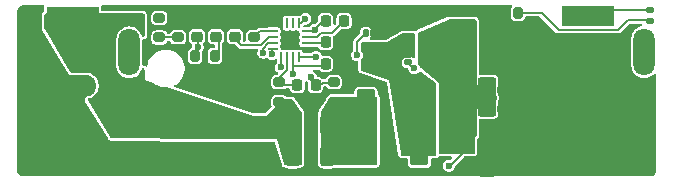
<source format=gbr>
%TF.GenerationSoftware,KiCad,Pcbnew,9.0.1*%
%TF.CreationDate,2025-07-19T16:42:16+10:00*%
%TF.ProjectId,starlink-apo-pcb,73746172-6c69-46e6-9b2d-61706f2d7063,rev?*%
%TF.SameCoordinates,Original*%
%TF.FileFunction,Copper,L1,Top*%
%TF.FilePolarity,Positive*%
%FSLAX46Y46*%
G04 Gerber Fmt 4.6, Leading zero omitted, Abs format (unit mm)*
G04 Created by KiCad (PCBNEW 9.0.1) date 2025-07-19 16:42:16*
%MOMM*%
%LPD*%
G01*
G04 APERTURE LIST*
G04 Aperture macros list*
%AMRoundRect*
0 Rectangle with rounded corners*
0 $1 Rounding radius*
0 $2 $3 $4 $5 $6 $7 $8 $9 X,Y pos of 4 corners*
0 Add a 4 corners polygon primitive as box body*
4,1,4,$2,$3,$4,$5,$6,$7,$8,$9,$2,$3,0*
0 Add four circle primitives for the rounded corners*
1,1,$1+$1,$2,$3*
1,1,$1+$1,$4,$5*
1,1,$1+$1,$6,$7*
1,1,$1+$1,$8,$9*
0 Add four rect primitives between the rounded corners*
20,1,$1+$1,$2,$3,$4,$5,0*
20,1,$1+$1,$4,$5,$6,$7,0*
20,1,$1+$1,$6,$7,$8,$9,0*
20,1,$1+$1,$8,$9,$2,$3,0*%
%AMFreePoly0*
4,1,17,1.371000,0.720000,0.950000,0.720000,0.950000,0.580000,1.370000,0.580000,1.370000,0.080000,0.950000,0.080000,0.950000,-0.080000,1.370000,-0.080000,1.370000,-0.580000,0.950000,-0.580000,0.950000,-0.720000,1.370000,-0.720000,1.370000,-1.225000,-0.950000,-1.225000,-0.950000,1.225000,1.371000,1.225000,1.371000,0.720000,1.371000,0.720000,$1*%
G04 Aperture macros list end*
%TA.AperFunction,SMDPad,CuDef*%
%ADD10RoundRect,0.250000X-0.325000X-1.100000X0.325000X-1.100000X0.325000X1.100000X-0.325000X1.100000X0*%
%TD*%
%TA.AperFunction,SMDPad,CuDef*%
%ADD11RoundRect,0.250000X-0.550000X1.412500X-0.550000X-1.412500X0.550000X-1.412500X0.550000X1.412500X0*%
%TD*%
%TA.AperFunction,SMDPad,CuDef*%
%ADD12RoundRect,0.200000X0.200000X0.275000X-0.200000X0.275000X-0.200000X-0.275000X0.200000X-0.275000X0*%
%TD*%
%TA.AperFunction,SMDPad,CuDef*%
%ADD13RoundRect,0.147500X0.172500X-0.147500X0.172500X0.147500X-0.172500X0.147500X-0.172500X-0.147500X0*%
%TD*%
%TA.AperFunction,ComponentPad*%
%ADD14R,4.400000X1.800000*%
%TD*%
%TA.AperFunction,ComponentPad*%
%ADD15O,4.000000X1.800000*%
%TD*%
%TA.AperFunction,ComponentPad*%
%ADD16O,1.800000X4.000000*%
%TD*%
%TA.AperFunction,SMDPad,CuDef*%
%ADD17RoundRect,0.250000X0.312500X0.625000X-0.312500X0.625000X-0.312500X-0.625000X0.312500X-0.625000X0*%
%TD*%
%TA.AperFunction,SMDPad,CuDef*%
%ADD18RoundRect,0.225000X-0.225000X-0.250000X0.225000X-0.250000X0.225000X0.250000X-0.225000X0.250000X0*%
%TD*%
%TA.AperFunction,SMDPad,CuDef*%
%ADD19RoundRect,0.125000X-0.190000X-0.125000X0.190000X-0.125000X0.190000X0.125000X-0.190000X0.125000X0*%
%TD*%
%TA.AperFunction,SMDPad,CuDef*%
%ADD20FreePoly0,0.000000*%
%TD*%
%TA.AperFunction,SMDPad,CuDef*%
%ADD21RoundRect,0.225000X0.225000X0.250000X-0.225000X0.250000X-0.225000X-0.250000X0.225000X-0.250000X0*%
%TD*%
%TA.AperFunction,SMDPad,CuDef*%
%ADD22RoundRect,0.125000X-0.125000X0.190000X-0.125000X-0.190000X0.125000X-0.190000X0.125000X0.190000X0*%
%TD*%
%TA.AperFunction,SMDPad,CuDef*%
%ADD23FreePoly0,270.000000*%
%TD*%
%TA.AperFunction,SMDPad,CuDef*%
%ADD24RoundRect,0.225000X0.250000X-0.225000X0.250000X0.225000X-0.250000X0.225000X-0.250000X-0.225000X0*%
%TD*%
%TA.AperFunction,SMDPad,CuDef*%
%ADD25RoundRect,0.250000X-0.540000X-3.000000X0.540000X-3.000000X0.540000X3.000000X-0.540000X3.000000X0*%
%TD*%
%TA.AperFunction,SMDPad,CuDef*%
%ADD26RoundRect,0.062500X-0.375000X-0.062500X0.375000X-0.062500X0.375000X0.062500X-0.375000X0.062500X0*%
%TD*%
%TA.AperFunction,SMDPad,CuDef*%
%ADD27RoundRect,0.062500X-0.062500X-0.375000X0.062500X-0.375000X0.062500X0.375000X-0.062500X0.375000X0*%
%TD*%
%TA.AperFunction,HeatsinkPad*%
%ADD28C,0.600000*%
%TD*%
%TA.AperFunction,HeatsinkPad*%
%ADD29R,1.600000X1.600000*%
%TD*%
%TA.AperFunction,SMDPad,CuDef*%
%ADD30RoundRect,0.200000X0.275000X-0.200000X0.275000X0.200000X-0.275000X0.200000X-0.275000X-0.200000X0*%
%TD*%
%TA.AperFunction,SMDPad,CuDef*%
%ADD31RoundRect,0.200000X-0.275000X0.200000X-0.275000X-0.200000X0.275000X-0.200000X0.275000X0.200000X0*%
%TD*%
%TA.AperFunction,SMDPad,CuDef*%
%ADD32RoundRect,0.200000X-0.200000X-0.275000X0.200000X-0.275000X0.200000X0.275000X-0.200000X0.275000X0*%
%TD*%
%TA.AperFunction,SMDPad,CuDef*%
%ADD33RoundRect,0.250000X-1.100000X0.325000X-1.100000X-0.325000X1.100000X-0.325000X1.100000X0.325000X0*%
%TD*%
%TA.AperFunction,ViaPad*%
%ADD34C,0.600000*%
%TD*%
%TA.AperFunction,Conductor*%
%ADD35C,0.200000*%
%TD*%
%TA.AperFunction,Conductor*%
%ADD36C,2.000000*%
%TD*%
G04 APERTURE END LIST*
D10*
%TO.P,C4,1*%
%TO.N,Net-(D1-A)*%
X139825000Y-71200000D03*
%TO.P,C4,2*%
%TO.N,GND*%
X142775000Y-71200000D03*
%TD*%
D11*
%TO.P,C5,1*%
%TO.N,Net-(D1-A)*%
X141450000Y-75000000D03*
%TO.P,C5,2*%
%TO.N,GND*%
X141450000Y-80074998D03*
%TD*%
D12*
%TO.P,R9,1*%
%TO.N,Net-(D1-K)*%
X144125000Y-67900000D03*
%TO.P,R9,2*%
%TO.N,GND*%
X142475000Y-67900000D03*
%TD*%
D13*
%TO.P,D1,1,K*%
%TO.N,Net-(D1-K)*%
X155300000Y-68585000D03*
%TO.P,D1,2,A*%
%TO.N,Net-(D1-A)*%
X155300000Y-67615000D03*
%TD*%
D14*
%TO.P,J2,1*%
%TO.N,Net-(D1-A)*%
X150000000Y-68200000D03*
D15*
%TO.P,J2,2*%
%TO.N,GND*%
X150000000Y-74000000D03*
D16*
%TO.P,J2,3*%
%TO.N,N/C*%
X154800000Y-71200000D03*
%TD*%
D17*
%TO.P,R3,1*%
%TO.N,Net-(L1-Pad1)*%
X127962500Y-77400000D03*
%TO.P,R3,2*%
%TO.N,Net-(U1-VIN)*%
X125037500Y-77400000D03*
%TD*%
D18*
%TO.P,C10,1*%
%TO.N,Net-(U1-VCC)*%
X127825000Y-70400000D03*
%TO.P,C10,2*%
%TO.N,GND*%
X129375000Y-70400000D03*
%TD*%
D19*
%TO.P,Q1,1,S*%
%TO.N,Net-(Q2-D)*%
X134800000Y-70140001D03*
%TO.P,Q1,2,S*%
X134800000Y-70780001D03*
%TO.P,Q1,3,S*%
X134800000Y-71440001D03*
%TO.P,Q1,4,G*%
%TO.N,Net-(Q1-G)*%
X134800000Y-72080001D03*
D20*
%TO.P,Q1,5,D*%
%TO.N,Net-(D1-A)*%
X136625000Y-71110001D03*
%TD*%
D21*
%TO.P,C1,1*%
%TO.N,ISNS-*%
X126975000Y-74000000D03*
%TO.P,C1,2*%
%TO.N,ISNS+*%
X125425000Y-74000000D03*
%TD*%
D22*
%TO.P,Q2,1,S*%
%TO.N,GND*%
X133159999Y-69600000D03*
%TO.P,Q2,2,S*%
X132519999Y-69600000D03*
%TO.P,Q2,3,S*%
X131859999Y-69600000D03*
%TO.P,Q2,4,G*%
%TO.N,Net-(Q2-G)*%
X131219999Y-69600000D03*
D23*
%TO.P,Q2,5,D*%
%TO.N,Net-(Q2-D)*%
X132189999Y-71425000D03*
%TD*%
D18*
%TO.P,C2,1*%
%TO.N,Net-(Q2-D)*%
X127825000Y-68600000D03*
%TO.P,C2,2*%
%TO.N,Net-(U1-BOOT)*%
X129375000Y-68600000D03*
%TD*%
%TO.P,C9,1*%
%TO.N,Net-(U1-VIN)*%
X127825000Y-72200000D03*
%TO.P,C9,2*%
%TO.N,GND*%
X129375000Y-72200000D03*
%TD*%
D24*
%TO.P,C11,1*%
%TO.N,Net-(U1-COMP)*%
X116945160Y-69925000D03*
%TO.P,C11,2*%
%TO.N,GND*%
X116945160Y-68375000D03*
%TD*%
D25*
%TO.P,L1,1*%
%TO.N,Net-(L1-Pad1)*%
X131240000Y-77600000D03*
%TO.P,L1,2*%
%TO.N,Net-(Q2-D)*%
X135760000Y-77600000D03*
%TD*%
D26*
%TO.P,U1,1,RT/CLK*%
%TO.N,Net-(U1-RT{slash}CLK)*%
X123362500Y-69450000D03*
%TO.P,U1,2,SS*%
%TO.N,Net-(U1-SS)*%
X123362500Y-69950000D03*
%TO.P,U1,3,COMP*%
%TO.N,Net-(U1-COMP)*%
X123362500Y-70450000D03*
%TO.P,U1,4,FB*%
%TO.N,Net-(U1-FB)*%
X123362500Y-70950000D03*
D27*
%TO.P,U1,5,ISNS\u2013*%
%TO.N,ISNS-*%
X124050000Y-71637500D03*
%TO.P,U1,6,ISNS+*%
%TO.N,ISNS+*%
X124550000Y-71637500D03*
%TO.P,U1,7,VIN*%
%TO.N,Net-(U1-VIN)*%
X125050000Y-71637500D03*
%TO.P,U1,8,LDRV*%
%TO.N,Net-(Q2-G)*%
X125550000Y-71637500D03*
D26*
%TO.P,U1,9,PGND*%
%TO.N,GND*%
X126237500Y-70950000D03*
%TO.P,U1,10,VCC*%
%TO.N,Net-(U1-VCC)*%
X126237500Y-70450000D03*
%TO.P,U1,11,BOOT*%
%TO.N,Net-(U1-BOOT)*%
X126237500Y-69950000D03*
%TO.P,U1,12,SW*%
%TO.N,Net-(Q2-D)*%
X126237500Y-69450000D03*
D27*
%TO.P,U1,13,HDRV*%
%TO.N,Net-(Q1-G)*%
X125550000Y-68762500D03*
%TO.P,U1,14,PGOOD*%
%TO.N,unconnected-(U1-PGOOD-Pad14)*%
X125050000Y-68762500D03*
%TO.P,U1,15,EN*%
%TO.N,unconnected-(U1-EN-Pad15)*%
X124550000Y-68762500D03*
%TO.P,U1,16,AGND*%
%TO.N,GND*%
X124050000Y-68762500D03*
D28*
%TO.P,U1,17,AGND*%
X124300000Y-69700000D03*
X124300000Y-70700000D03*
D29*
X124800000Y-70200000D03*
D28*
X125300000Y-69700000D03*
X125300000Y-70700000D03*
%TD*%
D30*
%TO.P,R8,1*%
%TO.N,Net-(U1-RT{slash}CLK)*%
X121745160Y-69975000D03*
%TO.P,R8,2*%
%TO.N,GND*%
X121745160Y-68325000D03*
%TD*%
D31*
%TO.P,R4,1*%
%TO.N,Net-(D1-A)*%
X113745160Y-68330266D03*
%TO.P,R4,2*%
%TO.N,Net-(U1-FB)*%
X113745160Y-69980266D03*
%TD*%
D14*
%TO.P,J1,1*%
%TO.N,Net-(U1-VIN)*%
X106400000Y-68250000D03*
D15*
%TO.P,J1,2*%
%TO.N,GND*%
X106400000Y-74050000D03*
D16*
%TO.P,J1,3*%
%TO.N,N/C*%
X111200000Y-71250000D03*
%TD*%
D24*
%TO.P,C12,1*%
%TO.N,Net-(C12-Pad1)*%
X118545160Y-69925000D03*
%TO.P,C12,2*%
%TO.N,GND*%
X118545160Y-68375000D03*
%TD*%
%TO.P,C13,1*%
%TO.N,Net-(U1-SS)*%
X120145160Y-69925000D03*
%TO.P,C13,2*%
%TO.N,GND*%
X120145160Y-68375000D03*
%TD*%
D31*
%TO.P,R1,1*%
%TO.N,ISNS+*%
X123900000Y-73775000D03*
%TO.P,R1,2*%
%TO.N,Net-(U1-VIN)*%
X123900000Y-75425000D03*
%TD*%
D32*
%TO.P,R7,1*%
%TO.N,Net-(U1-COMP)*%
X116775000Y-71572508D03*
%TO.P,R7,2*%
%TO.N,Net-(C12-Pad1)*%
X118425000Y-71572508D03*
%TD*%
D33*
%TO.P,C8,1*%
%TO.N,Net-(U1-VIN)*%
X115250000Y-77774999D03*
%TO.P,C8,2*%
%TO.N,GND*%
X115250000Y-80725001D03*
%TD*%
%TO.P,C6,1*%
%TO.N,Net-(U1-VIN)*%
X122250000Y-77750000D03*
%TO.P,C6,2*%
%TO.N,GND*%
X122250000Y-80700002D03*
%TD*%
D31*
%TO.P,R2,1*%
%TO.N,ISNS-*%
X128500000Y-73775000D03*
%TO.P,R2,2*%
%TO.N,Net-(L1-Pad1)*%
X128500000Y-75425000D03*
%TD*%
D17*
%TO.P,R5,1*%
%TO.N,Net-(L1-Pad1)*%
X127962500Y-80000000D03*
%TO.P,R5,2*%
%TO.N,Net-(U1-VIN)*%
X125037500Y-80000000D03*
%TD*%
D33*
%TO.P,C7,1*%
%TO.N,Net-(U1-VIN)*%
X118750000Y-77774999D03*
%TO.P,C7,2*%
%TO.N,GND*%
X118750000Y-80725001D03*
%TD*%
D30*
%TO.P,R6,1*%
%TO.N,Net-(U1-FB)*%
X115345160Y-69975000D03*
%TO.P,R6,2*%
%TO.N,GND*%
X115345160Y-68325000D03*
%TD*%
D34*
%TO.N,GND*%
X128634719Y-71226583D03*
X121700000Y-71800000D03*
X120700000Y-71800000D03*
%TO.N,Net-(U1-VIN)*%
X125048000Y-73102206D03*
%TO.N,ISNS-*%
X124010000Y-72500000D03*
X126587611Y-73357622D03*
%TO.N,GND*%
X103750000Y-77250000D03*
X102750000Y-80250000D03*
X102750000Y-75250000D03*
X114500000Y-79250000D03*
X112500000Y-79250000D03*
X145200000Y-76000000D03*
X119500000Y-79250000D03*
X114500000Y-80800000D03*
X142600000Y-69200000D03*
X144000000Y-79000000D03*
X103750000Y-72250000D03*
X102750000Y-79250000D03*
X105000000Y-77250000D03*
X117000000Y-80800000D03*
X137000000Y-80800000D03*
X103750000Y-79250000D03*
X130001478Y-69509109D03*
X126552242Y-76600000D03*
X119700000Y-71800000D03*
X133250000Y-69000000D03*
X114568992Y-69090857D03*
X126000000Y-67622163D03*
X103750000Y-73250000D03*
X102750000Y-73250000D03*
X105000000Y-75250000D03*
X137500000Y-67800000D03*
X103750000Y-78250000D03*
X117000000Y-79250000D03*
X145200000Y-71000000D03*
X105000000Y-72250000D03*
X107500000Y-77250000D03*
X134200000Y-80800000D03*
X117737651Y-69150000D03*
X126500000Y-79800000D03*
X103750000Y-71250000D03*
X105000000Y-78250000D03*
X130600000Y-73600000D03*
X144000000Y-69200000D03*
X141400000Y-71000000D03*
X142600000Y-79000000D03*
X122000000Y-80000000D03*
X123105650Y-67622163D03*
X123250000Y-80000000D03*
X115750000Y-79250000D03*
X106250000Y-78250000D03*
X105000000Y-76250000D03*
X110000000Y-80250000D03*
X142600000Y-74400000D03*
X119500000Y-80000000D03*
X145200000Y-74400000D03*
X116147643Y-69150000D03*
X133500000Y-67800000D03*
X106250000Y-75250000D03*
X131500000Y-67800000D03*
X106250000Y-80250000D03*
X141400000Y-79000000D03*
X122000000Y-79250000D03*
X102750000Y-77250000D03*
X115900000Y-73700000D03*
X113500000Y-79250000D03*
X145200000Y-69200000D03*
X103750000Y-75250000D03*
X114500000Y-80000000D03*
X108750000Y-79250000D03*
X106250000Y-77250000D03*
X145200000Y-79000000D03*
X105000000Y-80250000D03*
X135500000Y-67800000D03*
X126500000Y-81000000D03*
X107500000Y-79250000D03*
X119500000Y-80800000D03*
X115750000Y-80800000D03*
X102750000Y-71250000D03*
X112800000Y-70900000D03*
X115750000Y-80000000D03*
X144000000Y-71000000D03*
X126500000Y-77700000D03*
X103750000Y-74250000D03*
X120951740Y-69150000D03*
X120750000Y-79250000D03*
X123250000Y-80800000D03*
X103750000Y-80250000D03*
X118250000Y-80000000D03*
X139500000Y-67800000D03*
X142600000Y-76000000D03*
X106250000Y-76250000D03*
X120750000Y-80000000D03*
X102750000Y-74250000D03*
X105000000Y-79250000D03*
X102750000Y-78250000D03*
X111250000Y-79250000D03*
X102750000Y-76250000D03*
X132800000Y-79800000D03*
X103750000Y-76250000D03*
X102750000Y-70250000D03*
X132800000Y-77000000D03*
X141400000Y-69200000D03*
X123250000Y-79250000D03*
X107500000Y-76250000D03*
X118250000Y-80800000D03*
X106250000Y-79250000D03*
X102750000Y-72250000D03*
X144000000Y-74400000D03*
X132800000Y-78400000D03*
X120750000Y-80800000D03*
X107500000Y-78250000D03*
X122000000Y-80800000D03*
X132800000Y-75600000D03*
X124500000Y-67622163D03*
X132800000Y-80800000D03*
X103750000Y-70250000D03*
X144000000Y-76000000D03*
X131400000Y-73600000D03*
X118250000Y-79250000D03*
X126552242Y-75600000D03*
X126500000Y-78800000D03*
X107500000Y-80250000D03*
X142600000Y-71000000D03*
X117000000Y-80000000D03*
X111250000Y-80250000D03*
X108750000Y-80250000D03*
X119327660Y-69150000D03*
X110000000Y-79250000D03*
%TO.N,Net-(L1-Pad1)*%
X131240000Y-80200000D03*
X130200000Y-80200000D03*
X131240000Y-79000000D03*
X128000000Y-80200000D03*
X131240000Y-76600000D03*
X128000000Y-76600000D03*
X131240000Y-75400000D03*
X130200000Y-76600000D03*
X128000000Y-77800000D03*
X130200000Y-79000000D03*
X130200000Y-77800000D03*
X131240000Y-77800000D03*
X128000000Y-79000000D03*
X130200000Y-75400000D03*
%TO.N,Net-(Q2-D)*%
X134000000Y-70500000D03*
X133000000Y-71040000D03*
X131500000Y-71000000D03*
X134000000Y-73500000D03*
X134500000Y-76000000D03*
X134500000Y-77500000D03*
X132190478Y-71539460D03*
X136000000Y-77500000D03*
X136000000Y-79000000D03*
X134000000Y-72000000D03*
X136000000Y-74500000D03*
X133000000Y-72000000D03*
X135500000Y-73500000D03*
X131300000Y-71900000D03*
X126918162Y-69318162D03*
X136000000Y-76000000D03*
X134500000Y-79000000D03*
X134500000Y-74500000D03*
%TO.N,Net-(U1-COMP)*%
X117000000Y-70800000D03*
X122548506Y-71290862D03*
%TO.N,Net-(Q1-G)*%
X126100000Y-68400000D03*
X135317557Y-72599977D03*
%TO.N,Net-(Q2-G)*%
X130476739Y-71476739D03*
X127007200Y-71637500D03*
%TO.N,Net-(U1-FB)*%
X115200000Y-69975000D03*
X123278338Y-71413124D03*
%TO.N,Net-(D1-A)*%
X140000000Y-69500000D03*
X139700000Y-76700000D03*
X139207059Y-68814922D03*
X137000000Y-69500000D03*
X138500000Y-72500000D03*
X113600000Y-68400000D03*
X138250000Y-80850000D03*
X138500000Y-75500000D03*
X139678745Y-79502834D03*
X138500000Y-78500000D03*
X137300000Y-72800000D03*
X139678745Y-78000000D03*
X138500000Y-77000000D03*
X137000000Y-71000000D03*
X139678745Y-75000000D03*
X138500000Y-69500000D03*
X140000000Y-71000000D03*
X138500000Y-71000000D03*
X136240000Y-71783597D03*
X136271085Y-70122095D03*
X139678745Y-73500000D03*
X138500000Y-74000000D03*
X140000000Y-72500000D03*
%TO.N,Net-(U1-VIN)*%
X114200000Y-78000000D03*
X125040921Y-77800000D03*
X122200000Y-78000000D03*
X115600000Y-78000000D03*
X117000000Y-78000000D03*
X125040921Y-79400000D03*
X123800000Y-76400000D03*
X125200000Y-76000000D03*
X120400000Y-78000000D03*
X123800000Y-78000000D03*
X118600000Y-78000000D03*
X118600000Y-77000000D03*
X114200000Y-77000000D03*
X125040921Y-76800000D03*
X125037500Y-80400000D03*
X120400000Y-77000000D03*
X117000000Y-77000000D03*
X115600000Y-77000000D03*
X122200000Y-77000000D03*
%TD*%
D35*
%TO.N,Net-(D1-A)*%
X138250000Y-80850000D02*
X138331579Y-80850000D01*
X138331579Y-80850000D02*
X139678745Y-79502834D01*
D36*
X139678745Y-75000000D02*
X141162118Y-75000000D01*
X141162118Y-75000000D02*
X141281059Y-75118941D01*
D35*
%TO.N,Net-(U1-VIN)*%
X125051828Y-73098378D02*
X125051828Y-71639328D01*
X125048000Y-73102206D02*
X125051828Y-73098378D01*
X125051828Y-71639328D02*
X125050000Y-71637500D01*
%TO.N,ISNS+*%
X123900000Y-73775000D02*
X123900000Y-73375090D01*
X124551000Y-71638500D02*
X124550000Y-71637500D01*
X123900000Y-73375090D02*
X124551000Y-72724090D01*
X124551000Y-72724090D02*
X124551000Y-71638500D01*
X123900000Y-73775000D02*
X124125000Y-74000000D01*
X124125000Y-74000000D02*
X125425000Y-74000000D01*
%TO.N,ISNS-*%
X126587611Y-73357622D02*
X126587611Y-73612611D01*
X126587611Y-73612611D02*
X126975000Y-74000000D01*
X126975000Y-74000000D02*
X127375000Y-74000000D01*
X127375000Y-74000000D02*
X127575000Y-73800000D01*
X127575000Y-73800000D02*
X128475000Y-73800000D01*
X128475000Y-73800000D02*
X128500000Y-73775000D01*
%TO.N,Net-(D1-K)*%
X144125000Y-67900000D02*
X146100000Y-67900000D01*
X146100000Y-67900000D02*
X147541000Y-69341000D01*
X152559000Y-69341000D02*
X153400000Y-68500000D01*
X147541000Y-69341000D02*
X152559000Y-69341000D01*
X153400000Y-68500000D02*
X155200000Y-68500000D01*
X155285000Y-68585000D02*
X155300000Y-68585000D01*
X155200000Y-68500000D02*
X155285000Y-68585000D01*
%TO.N,Net-(D1-A)*%
X155300000Y-67615000D02*
X150585000Y-67615000D01*
X150585000Y-67615000D02*
X150000000Y-68200000D01*
%TO.N,Net-(Q1-G)*%
X126100000Y-68400000D02*
X125737500Y-68762500D01*
X125737500Y-68762500D02*
X125550000Y-68762500D01*
%TO.N,Net-(Q2-D)*%
X126237500Y-69450000D02*
X126786324Y-69450000D01*
X126786324Y-69450000D02*
X127636324Y-68600000D01*
X127636324Y-68600000D02*
X127825000Y-68600000D01*
%TO.N,ISNS-*%
X124010000Y-72500000D02*
X124050000Y-72460000D01*
X124050000Y-72460000D02*
X124050000Y-71637500D01*
%TO.N,Net-(U1-VIN)*%
X125100000Y-72400000D02*
X127571453Y-72400000D01*
X125050000Y-71637500D02*
X125050000Y-72400000D01*
X127571453Y-72400000D02*
X127571453Y-72500000D01*
X125050000Y-72400000D02*
X125100000Y-72400000D01*
%TO.N,Net-(U1-BOOT)*%
X127050000Y-69950000D02*
X127400000Y-69600000D01*
X127400000Y-69600000D02*
X128375000Y-69600000D01*
X126237500Y-69950000D02*
X127050000Y-69950000D01*
X128375000Y-69600000D02*
X129375000Y-68600000D01*
%TO.N,Net-(U1-VCC)*%
X126237500Y-70450000D02*
X127775000Y-70450000D01*
%TO.N,Net-(U1-COMP)*%
X117000000Y-70800000D02*
X117000000Y-70300000D01*
X122481624Y-70946882D02*
X122978506Y-70450000D01*
X117000000Y-70300000D02*
X117050000Y-70250000D01*
X122548506Y-71290862D02*
X122490862Y-71290862D01*
X122481624Y-71281624D02*
X122481624Y-70946882D01*
X122490862Y-71290862D02*
X122481624Y-71281624D01*
X122978506Y-70450000D02*
X123362500Y-70450000D01*
X117000000Y-70800000D02*
X117000000Y-71300000D01*
%TO.N,Net-(C12-Pad1)*%
X118750000Y-70275000D02*
X118750000Y-71506271D01*
X118750000Y-71506271D02*
X118683763Y-71572508D01*
%TO.N,Net-(U1-SS)*%
X122994054Y-69950000D02*
X123362500Y-69950000D01*
X120632530Y-70632530D02*
X122313728Y-70632530D01*
X122313728Y-70632530D02*
X122684000Y-70262259D01*
X122684000Y-70260054D02*
X122994054Y-69950000D01*
X120145160Y-70145160D02*
X120632530Y-70632530D01*
X122684000Y-70262259D02*
X122684000Y-70260054D01*
%TO.N,Net-(Q1-G)*%
X135317557Y-72599977D02*
X135000000Y-72282420D01*
X135000000Y-72282420D02*
X135000000Y-72280001D01*
X135000000Y-72280001D02*
X134800000Y-72080001D01*
%TO.N,Net-(Q2-G)*%
X130476739Y-71476739D02*
X130476739Y-70323261D01*
X130476739Y-70323261D02*
X131200000Y-69600000D01*
X127007200Y-71637500D02*
X125550000Y-71637500D01*
%TO.N,Net-(U1-FB)*%
X113745160Y-69980266D02*
X115339894Y-69980266D01*
X123278338Y-71413124D02*
X123278338Y-71034162D01*
X123278338Y-71034162D02*
X123362500Y-70950000D01*
%TO.N,Net-(U1-RT{slash}CLK)*%
X123362500Y-69450000D02*
X122270160Y-69450000D01*
X122270160Y-69450000D02*
X121745160Y-69975000D01*
%TO.N,Net-(D1-A)*%
X135752766Y-72115000D02*
X135787765Y-72080001D01*
%TD*%
%TA.AperFunction,Conductor*%
%TO.N,Net-(U1-VIN)*%
G36*
X112443039Y-67969685D02*
G01*
X112488794Y-68022489D01*
X112500000Y-68074000D01*
X112500000Y-69806792D01*
X112480315Y-69873831D01*
X112427511Y-69919586D01*
X112358353Y-69929530D01*
X112294797Y-69900505D01*
X112258069Y-69845110D01*
X112219873Y-69727555D01*
X112141232Y-69573212D01*
X112039414Y-69433072D01*
X111916928Y-69310586D01*
X111776788Y-69208768D01*
X111622445Y-69130127D01*
X111457701Y-69076598D01*
X111457699Y-69076597D01*
X111457698Y-69076597D01*
X111326271Y-69055781D01*
X111286611Y-69049500D01*
X111113389Y-69049500D01*
X111073728Y-69055781D01*
X110942302Y-69076597D01*
X110777552Y-69130128D01*
X110623211Y-69208768D01*
X110558963Y-69255448D01*
X110483072Y-69310586D01*
X110483070Y-69310588D01*
X110483069Y-69310588D01*
X110360588Y-69433069D01*
X110360588Y-69433070D01*
X110360586Y-69433072D01*
X110346677Y-69452216D01*
X110258768Y-69573211D01*
X110180128Y-69727552D01*
X110126597Y-69892302D01*
X110125298Y-69900505D01*
X110099500Y-70063389D01*
X110099500Y-72436611D01*
X110100681Y-72444069D01*
X110115808Y-72539579D01*
X110126598Y-72607701D01*
X110180127Y-72772445D01*
X110258768Y-72926788D01*
X110360586Y-73066928D01*
X110483072Y-73189414D01*
X110623212Y-73291232D01*
X110777555Y-73369873D01*
X110942299Y-73423402D01*
X111113389Y-73450500D01*
X111113390Y-73450500D01*
X111286610Y-73450500D01*
X111286611Y-73450500D01*
X111457701Y-73423402D01*
X111622445Y-73369873D01*
X111776788Y-73291232D01*
X111916928Y-73189414D01*
X112039414Y-73066928D01*
X112141232Y-72926788D01*
X112219873Y-72772445D01*
X112258070Y-72654887D01*
X112297507Y-72597213D01*
X112361865Y-72570015D01*
X112430711Y-72581930D01*
X112482187Y-72629174D01*
X112500000Y-72693207D01*
X112500000Y-73583333D01*
X113277290Y-73842430D01*
X113310956Y-73859744D01*
X113461155Y-73968870D01*
X113536606Y-74007314D01*
X113685616Y-74083239D01*
X113685618Y-74083239D01*
X113685621Y-74083241D01*
X113925215Y-74161090D01*
X114174038Y-74200500D01*
X114174039Y-74200500D01*
X114331378Y-74200500D01*
X114370589Y-74206862D01*
X117350000Y-75200000D01*
X123500000Y-77250000D01*
X123500000Y-78500000D01*
X109658500Y-78500000D01*
X109591461Y-78480315D01*
X109552366Y-78440122D01*
X107662097Y-75311401D01*
X107644279Y-75243842D01*
X107665814Y-75177374D01*
X107719866Y-75133100D01*
X107748834Y-75124806D01*
X107757701Y-75123402D01*
X107922445Y-75069873D01*
X108076788Y-74991232D01*
X108216928Y-74889414D01*
X108339414Y-74766928D01*
X108441232Y-74626788D01*
X108519873Y-74472445D01*
X108573402Y-74307701D01*
X108600500Y-74136611D01*
X108600500Y-73963389D01*
X108573402Y-73792299D01*
X108519873Y-73627555D01*
X108441232Y-73473212D01*
X108339414Y-73333072D01*
X108216928Y-73210586D01*
X108076788Y-73108768D01*
X107922445Y-73030127D01*
X107757701Y-72976598D01*
X107757699Y-72976597D01*
X107757698Y-72976597D01*
X107626271Y-72955781D01*
X107586611Y-72949500D01*
X106305073Y-72949500D01*
X106238034Y-72929815D01*
X106198939Y-72889622D01*
X104017866Y-69279571D01*
X104000000Y-69215449D01*
X104000000Y-68074000D01*
X104019685Y-68006961D01*
X104072489Y-67961206D01*
X104124000Y-67950000D01*
X112376000Y-67950000D01*
X112443039Y-67969685D01*
G37*
%TD.AperFunction*%
%TD*%
%TA.AperFunction,Conductor*%
%TO.N,GND*%
G36*
X145991206Y-68220185D02*
G01*
X146011848Y-68236819D01*
X147356489Y-69581460D01*
X147415829Y-69615720D01*
X147425008Y-69621020D01*
X147425012Y-69621022D01*
X147501438Y-69641500D01*
X147501440Y-69641500D01*
X152598560Y-69641500D01*
X152598562Y-69641500D01*
X152674989Y-69621021D01*
X152743511Y-69581460D01*
X152799460Y-69525511D01*
X153488152Y-68836819D01*
X153549475Y-68803334D01*
X153575833Y-68800500D01*
X154455253Y-68800500D01*
X154522292Y-68820185D01*
X154568047Y-68872989D01*
X154577991Y-68942147D01*
X154548966Y-69005703D01*
X154493571Y-69042430D01*
X154377555Y-69080127D01*
X154377552Y-69080128D01*
X154223211Y-69158768D01*
X154143256Y-69216859D01*
X154083072Y-69260586D01*
X154083070Y-69260588D01*
X154083069Y-69260588D01*
X153960588Y-69383069D01*
X153960588Y-69383070D01*
X153960586Y-69383072D01*
X153916859Y-69443256D01*
X153858768Y-69523211D01*
X153780128Y-69677552D01*
X153726597Y-69842302D01*
X153699500Y-70013389D01*
X153699500Y-72386610D01*
X153726597Y-72557697D01*
X153780128Y-72722447D01*
X153858768Y-72876788D01*
X153960586Y-73016928D01*
X154083072Y-73139414D01*
X154223212Y-73241232D01*
X154377555Y-73319873D01*
X154542299Y-73373402D01*
X154713389Y-73400500D01*
X154713390Y-73400500D01*
X154886610Y-73400500D01*
X154886611Y-73400500D01*
X155057701Y-73373402D01*
X155222445Y-73319873D01*
X155376788Y-73241232D01*
X155516928Y-73139414D01*
X155580256Y-73076086D01*
X155641579Y-73042601D01*
X155711271Y-73047585D01*
X155767204Y-73089457D01*
X155791621Y-73154921D01*
X155791937Y-73163767D01*
X155791937Y-81184173D01*
X155791934Y-81184185D01*
X155791936Y-81231835D01*
X155791936Y-81243115D01*
X155791157Y-81256996D01*
X155780981Y-81347351D01*
X155774803Y-81374423D01*
X155747091Y-81453631D01*
X155735044Y-81478650D01*
X155690399Y-81549708D01*
X155673088Y-81571418D01*
X155613750Y-81630761D01*
X155592042Y-81648073D01*
X155520987Y-81692725D01*
X155495968Y-81704775D01*
X155416764Y-81732492D01*
X155389695Y-81738672D01*
X155311057Y-81747535D01*
X155300550Y-81748720D01*
X155286663Y-81749500D01*
X145488045Y-81749527D01*
X145409953Y-68200500D01*
X145924167Y-68200500D01*
X145991206Y-68220185D01*
G37*
%TD.AperFunction*%
%TD*%
%TA.AperFunction,Conductor*%
%TO.N,Net-(Q2-D)*%
G36*
X135337539Y-69619685D02*
G01*
X135383294Y-69672489D01*
X135394500Y-69724000D01*
X135394500Y-71599813D01*
X135374815Y-71666852D01*
X135322011Y-71712607D01*
X135252853Y-71722551D01*
X135189297Y-71693526D01*
X135182819Y-71687494D01*
X135179579Y-71684254D01*
X135075545Y-71635742D01*
X135075543Y-71635741D01*
X135075544Y-71635741D01*
X135028139Y-71629501D01*
X134571867Y-71629501D01*
X134556839Y-71631479D01*
X134524455Y-71635742D01*
X134524453Y-71635743D01*
X134524451Y-71635743D01*
X134420420Y-71684254D01*
X134339253Y-71765421D01*
X134290740Y-71869457D01*
X134284500Y-71916860D01*
X134284500Y-72243133D01*
X134284501Y-72243139D01*
X134290741Y-72290546D01*
X134339253Y-72394580D01*
X134420421Y-72475748D01*
X134524455Y-72524260D01*
X134571861Y-72530501D01*
X134693057Y-72530500D01*
X134760096Y-72550184D01*
X134805851Y-72602988D01*
X134817057Y-72654500D01*
X134817057Y-72665868D01*
X134851165Y-72793164D01*
X134855247Y-72800234D01*
X134917057Y-72907291D01*
X135010243Y-73000477D01*
X135124371Y-73066369D01*
X135251665Y-73100477D01*
X135251667Y-73100477D01*
X135383447Y-73100477D01*
X135383449Y-73100477D01*
X135510743Y-73066369D01*
X135624871Y-73000477D01*
X135703330Y-72922017D01*
X135764649Y-72888535D01*
X135834341Y-72893519D01*
X135859788Y-72906525D01*
X136253194Y-73168796D01*
X136260505Y-73174065D01*
X137146630Y-73863274D01*
X137187461Y-73919969D01*
X137194500Y-73961152D01*
X137194500Y-79726007D01*
X137199289Y-79770539D01*
X137200000Y-79783795D01*
X137200000Y-79876000D01*
X137180315Y-79943039D01*
X137127511Y-79988794D01*
X137076000Y-80000000D01*
X134306129Y-80000000D01*
X134239090Y-79980315D01*
X134193335Y-79927511D01*
X134183616Y-79895143D01*
X134164147Y-79770539D01*
X133200000Y-73600000D01*
X132428262Y-73342754D01*
X130884788Y-72828262D01*
X130827413Y-72788388D01*
X130800705Y-72723824D01*
X130800000Y-72710625D01*
X130800000Y-71912654D01*
X130819685Y-71845615D01*
X130836319Y-71824973D01*
X130877239Y-71784053D01*
X130943131Y-71669925D01*
X130977239Y-71542631D01*
X130977239Y-71410847D01*
X130943131Y-71283553D01*
X130877239Y-71169425D01*
X130836319Y-71128505D01*
X130802834Y-71067182D01*
X130800000Y-71040824D01*
X130800000Y-70524000D01*
X130819685Y-70456961D01*
X130872489Y-70411206D01*
X130924000Y-70400000D01*
X133000000Y-70400000D01*
X134183000Y-69724000D01*
X134371409Y-69616338D01*
X134432930Y-69600000D01*
X135270500Y-69600000D01*
X135337539Y-69619685D01*
G37*
%TD.AperFunction*%
%TD*%
%TA.AperFunction,Conductor*%
%TO.N,GND*%
G36*
X103958691Y-67269407D02*
G01*
X103994655Y-67318907D01*
X103999500Y-67349500D01*
X103999500Y-67713658D01*
X103980593Y-67771849D01*
X103947060Y-67801026D01*
X103937916Y-67805898D01*
X103885113Y-67851653D01*
X103885098Y-67851667D01*
X103867155Y-67869247D01*
X103867153Y-67869249D01*
X103822511Y-67949058D01*
X103822509Y-67949062D01*
X103802826Y-68016095D01*
X103802824Y-68016104D01*
X103800781Y-68030314D01*
X103794500Y-68074000D01*
X103794500Y-69215449D01*
X103800532Y-69259574D01*
X103802040Y-69270607D01*
X103817043Y-69324453D01*
X103819906Y-69334728D01*
X103841975Y-69385838D01*
X104921237Y-71172203D01*
X106013769Y-72980532D01*
X106023048Y-72995889D01*
X106051630Y-73032906D01*
X106090725Y-73073099D01*
X106100319Y-73082343D01*
X106180136Y-73126990D01*
X106180135Y-73126990D01*
X106235623Y-73143283D01*
X106247175Y-73146675D01*
X106305073Y-73155000D01*
X107562648Y-73155000D01*
X107578134Y-73156219D01*
X107608204Y-73160981D01*
X107701879Y-73175817D01*
X107716981Y-73179442D01*
X107836154Y-73218164D01*
X107850504Y-73224109D01*
X107962136Y-73280989D01*
X107975381Y-73289105D01*
X108076751Y-73362754D01*
X108088565Y-73372843D01*
X108177155Y-73461433D01*
X108187244Y-73473247D01*
X108260893Y-73574617D01*
X108269009Y-73587862D01*
X108325892Y-73699500D01*
X108331837Y-73713852D01*
X108370553Y-73833006D01*
X108374180Y-73848112D01*
X108393781Y-73971865D01*
X108395000Y-73987352D01*
X108395000Y-74112646D01*
X108393781Y-74128133D01*
X108374180Y-74251886D01*
X108370553Y-74266992D01*
X108331837Y-74386146D01*
X108325892Y-74400498D01*
X108269009Y-74512136D01*
X108260893Y-74525381D01*
X108187244Y-74626751D01*
X108177155Y-74638565D01*
X108088565Y-74727155D01*
X108076751Y-74737244D01*
X107975381Y-74810893D01*
X107962136Y-74819009D01*
X107850504Y-74875889D01*
X107836151Y-74881835D01*
X107709767Y-74922899D01*
X107700596Y-74925399D01*
X107692261Y-74927245D01*
X107663304Y-74935536D01*
X107589644Y-74974125D01*
X107535602Y-75018391D01*
X107535585Y-75018406D01*
X107517161Y-75035484D01*
X107517159Y-75035487D01*
X107470316Y-75114038D01*
X107448790Y-75180481D01*
X107448782Y-75180508D01*
X107442513Y-75204844D01*
X107445574Y-75296250D01*
X107463390Y-75363803D01*
X107463393Y-75363811D01*
X107486203Y-75417663D01*
X107486206Y-75417668D01*
X109369423Y-78534718D01*
X109376475Y-78546389D01*
X109405057Y-78583406D01*
X109444152Y-78623599D01*
X109453746Y-78632843D01*
X109533563Y-78677490D01*
X109533562Y-78677490D01*
X109600595Y-78697173D01*
X109600602Y-78697175D01*
X109658500Y-78705500D01*
X113650855Y-78705500D01*
X113709046Y-78724407D01*
X113715521Y-78729995D01*
X113719249Y-78732846D01*
X113799058Y-78777488D01*
X113799062Y-78777490D01*
X113866095Y-78797173D01*
X113866102Y-78797175D01*
X113924000Y-78805500D01*
X123436641Y-78805500D01*
X123494832Y-78824407D01*
X123530796Y-78873907D01*
X123531263Y-78875385D01*
X124115116Y-80772902D01*
X124119456Y-80785532D01*
X124125179Y-80800573D01*
X124125181Y-80800578D01*
X124141007Y-80827054D01*
X124158338Y-80856050D01*
X124161946Y-80862085D01*
X124207701Y-80914889D01*
X124207713Y-80914901D01*
X124225293Y-80932844D01*
X124225295Y-80932846D01*
X124305104Y-80977488D01*
X124305108Y-80977490D01*
X124346340Y-80989597D01*
X124372148Y-80997175D01*
X124430046Y-81005500D01*
X124449335Y-81005500D01*
X124507526Y-81024407D01*
X124508124Y-81024846D01*
X124512116Y-81027792D01*
X124512117Y-81027792D01*
X124512118Y-81027793D01*
X124640301Y-81072646D01*
X124670725Y-81075499D01*
X124670727Y-81075500D01*
X124670734Y-81075500D01*
X125404273Y-81075500D01*
X125404273Y-81075499D01*
X125434699Y-81072646D01*
X125562882Y-81027793D01*
X125562883Y-81027792D01*
X125562884Y-81027792D01*
X125566876Y-81024846D01*
X125624923Y-81005503D01*
X125625665Y-81005500D01*
X125675995Y-81005500D01*
X125676000Y-81005500D01*
X125719684Y-81000803D01*
X125771195Y-80989597D01*
X125781373Y-80987110D01*
X125862085Y-80944100D01*
X125914889Y-80898345D01*
X125932843Y-80880754D01*
X125932844Y-80880751D01*
X125932846Y-80880750D01*
X125977488Y-80800941D01*
X125977490Y-80800937D01*
X125997173Y-80733904D01*
X125997175Y-80733898D01*
X126005500Y-80676000D01*
X126005500Y-76340322D01*
X126005424Y-76335097D01*
X127194500Y-76335097D01*
X127194500Y-80676000D01*
X127195436Y-80684703D01*
X127199197Y-80719685D01*
X127210404Y-80771199D01*
X127212889Y-80781371D01*
X127212889Y-80781372D01*
X127212890Y-80781373D01*
X127255900Y-80862085D01*
X127301655Y-80914889D01*
X127301659Y-80914893D01*
X127301666Y-80914901D01*
X127306489Y-80919823D01*
X127315421Y-80930311D01*
X127327850Y-80947150D01*
X127327853Y-80947152D01*
X127327855Y-80947154D01*
X127437116Y-81027792D01*
X127437117Y-81027792D01*
X127437118Y-81027793D01*
X127565301Y-81072646D01*
X127595725Y-81075499D01*
X127595727Y-81075500D01*
X127595734Y-81075500D01*
X128329273Y-81075500D01*
X128329273Y-81075499D01*
X128359699Y-81072646D01*
X128487882Y-81027793D01*
X128487883Y-81027792D01*
X128487884Y-81027792D01*
X128491876Y-81024846D01*
X128549923Y-81005503D01*
X128550665Y-81005500D01*
X130478032Y-81005500D01*
X130510729Y-81011055D01*
X130615301Y-81047646D01*
X130645725Y-81050499D01*
X130645727Y-81050500D01*
X130645734Y-81050500D01*
X131834273Y-81050500D01*
X131834273Y-81050499D01*
X131864699Y-81047646D01*
X131969271Y-81011055D01*
X132001968Y-81005500D01*
X132075995Y-81005500D01*
X132076000Y-81005500D01*
X132119684Y-81000803D01*
X132171195Y-80989597D01*
X132181373Y-80987110D01*
X132262085Y-80944100D01*
X132314889Y-80898345D01*
X132332843Y-80880754D01*
X132332844Y-80880751D01*
X132332846Y-80880750D01*
X132377488Y-80800941D01*
X132377490Y-80800937D01*
X132397173Y-80733904D01*
X132397175Y-80733898D01*
X132405500Y-80676000D01*
X132405500Y-75124000D01*
X132400803Y-75080316D01*
X132389597Y-75028805D01*
X132387110Y-75018627D01*
X132344100Y-74937915D01*
X132298345Y-74885111D01*
X132280754Y-74867157D01*
X132280753Y-74867156D01*
X132280751Y-74867154D01*
X132275132Y-74862858D01*
X132275965Y-74861768D01*
X132239610Y-74822471D01*
X132230500Y-74780988D01*
X132230500Y-74545727D01*
X132230499Y-74545725D01*
X132227646Y-74515305D01*
X132227646Y-74515301D01*
X132182793Y-74387118D01*
X132179851Y-74383132D01*
X132102154Y-74277855D01*
X132102152Y-74277853D01*
X132102150Y-74277850D01*
X132102146Y-74277847D01*
X132102144Y-74277845D01*
X131992883Y-74197207D01*
X131864703Y-74152355D01*
X131864694Y-74152353D01*
X131834274Y-74149500D01*
X131834266Y-74149500D01*
X130645734Y-74149500D01*
X130645725Y-74149500D01*
X130615305Y-74152353D01*
X130615296Y-74152355D01*
X130487116Y-74197207D01*
X130377855Y-74277845D01*
X130377845Y-74277855D01*
X130297207Y-74387116D01*
X130252355Y-74515296D01*
X130252353Y-74515305D01*
X130249500Y-74545725D01*
X130249500Y-74695500D01*
X130230593Y-74753691D01*
X130181093Y-74789655D01*
X130150500Y-74794500D01*
X128269290Y-74794500D01*
X128223644Y-74799633D01*
X128169940Y-74811866D01*
X128157861Y-74815006D01*
X128157859Y-74815007D01*
X128135382Y-74827554D01*
X128102627Y-74838889D01*
X128099701Y-74839352D01*
X128099691Y-74839355D01*
X127986660Y-74896948D01*
X127896949Y-74986659D01*
X127839354Y-75099695D01*
X127824499Y-75193479D01*
X127824195Y-75197354D01*
X127822474Y-75197218D01*
X127809814Y-75241948D01*
X127243378Y-76162405D01*
X127243376Y-76162409D01*
X127220662Y-76214141D01*
X127202266Y-76279135D01*
X127195589Y-76327254D01*
X127194500Y-76335097D01*
X126005424Y-76335097D01*
X126005414Y-76334394D01*
X126005208Y-76327256D01*
X125993310Y-76264034D01*
X125969799Y-76198239D01*
X125942478Y-76146520D01*
X125267252Y-75218084D01*
X125203333Y-75130195D01*
X125203331Y-75130193D01*
X125178206Y-75101633D01*
X125144973Y-75070261D01*
X125141615Y-75067161D01*
X125141611Y-75067157D01*
X125124666Y-75057679D01*
X125061793Y-75022509D01*
X125061794Y-75022509D01*
X124994761Y-75002826D01*
X124994752Y-75002824D01*
X124948541Y-74996180D01*
X124936857Y-74994500D01*
X124936856Y-74994500D01*
X124551899Y-74994500D01*
X124493708Y-74975593D01*
X124481901Y-74965509D01*
X124413342Y-74896950D01*
X124300304Y-74839354D01*
X124300305Y-74839354D01*
X124206522Y-74824500D01*
X123593479Y-74824500D01*
X123593476Y-74824501D01*
X123499700Y-74839352D01*
X123499695Y-74839354D01*
X123386659Y-74896949D01*
X123296949Y-74986659D01*
X123239354Y-75099695D01*
X123224500Y-75193477D01*
X123224500Y-75656520D01*
X123224501Y-75656523D01*
X123239352Y-75750299D01*
X123239353Y-75750304D01*
X123247109Y-75765524D01*
X123256681Y-75825956D01*
X123228905Y-75880473D01*
X123228904Y-75880473D01*
X122743876Y-76365503D01*
X122689359Y-76393281D01*
X122673872Y-76394500D01*
X121599415Y-76394500D01*
X121568108Y-76389420D01*
X115033984Y-74211378D01*
X114984759Y-74175039D01*
X114966294Y-74116706D01*
X114985642Y-74058661D01*
X115020346Y-74029248D01*
X115064947Y-74006523D01*
X115138845Y-73968870D01*
X115342656Y-73820793D01*
X115520793Y-73642656D01*
X115668870Y-73438845D01*
X115783241Y-73214379D01*
X115861090Y-72974785D01*
X115861556Y-72971843D01*
X115900500Y-72725965D01*
X115900500Y-72474034D01*
X115861091Y-72225219D01*
X115850522Y-72192690D01*
X115783241Y-71985621D01*
X115668870Y-71761155D01*
X115520793Y-71557344D01*
X115342656Y-71379207D01*
X115342652Y-71379204D01*
X115342651Y-71379203D01*
X115291709Y-71342192D01*
X115186819Y-71265985D01*
X116174500Y-71265985D01*
X116174500Y-71879028D01*
X116174501Y-71879031D01*
X116189352Y-71972807D01*
X116189354Y-71972812D01*
X116246950Y-72085850D01*
X116336658Y-72175558D01*
X116449696Y-72233154D01*
X116543481Y-72248008D01*
X117006518Y-72248007D01*
X117006520Y-72248007D01*
X117006521Y-72248006D01*
X117053411Y-72240580D01*
X117100299Y-72233155D01*
X117100299Y-72233154D01*
X117100304Y-72233154D01*
X117213342Y-72175558D01*
X117303050Y-72085850D01*
X117360646Y-71972812D01*
X117375500Y-71879027D01*
X117375499Y-71265990D01*
X117375498Y-71265985D01*
X117824500Y-71265985D01*
X117824500Y-71879028D01*
X117824501Y-71879031D01*
X117839352Y-71972807D01*
X117839354Y-71972812D01*
X117896950Y-72085850D01*
X117986658Y-72175558D01*
X118099696Y-72233154D01*
X118193481Y-72248008D01*
X118656518Y-72248007D01*
X118656520Y-72248007D01*
X118656521Y-72248006D01*
X118703411Y-72240580D01*
X118750299Y-72233155D01*
X118750299Y-72233154D01*
X118750304Y-72233154D01*
X118863342Y-72175558D01*
X118953050Y-72085850D01*
X119010646Y-71972812D01*
X119025500Y-71879027D01*
X119025499Y-71652169D01*
X119028872Y-71626546D01*
X119030019Y-71622261D01*
X119030021Y-71622260D01*
X119050500Y-71545833D01*
X119050500Y-70537415D01*
X119069407Y-70479224D01*
X119079490Y-70467417D01*
X119143688Y-70403220D01*
X119204879Y-70283126D01*
X119218916Y-70194500D01*
X119220660Y-70183489D01*
X119220660Y-69666510D01*
X119469660Y-69666510D01*
X119469660Y-70183489D01*
X119485441Y-70283125D01*
X119485443Y-70283132D01*
X119546630Y-70403217D01*
X119546632Y-70403220D01*
X119641940Y-70498528D01*
X119641942Y-70498529D01*
X119762027Y-70559716D01*
X119762029Y-70559716D01*
X119762034Y-70559719D01*
X119837701Y-70571703D01*
X119861670Y-70575500D01*
X119861672Y-70575500D01*
X120109521Y-70575500D01*
X120167712Y-70594407D01*
X120179525Y-70604496D01*
X120392070Y-70817041D01*
X120392069Y-70817041D01*
X120448019Y-70872990D01*
X120516537Y-70912549D01*
X120516541Y-70912551D01*
X120592965Y-70933029D01*
X120592967Y-70933030D01*
X120592968Y-70933030D01*
X120672092Y-70933030D01*
X122005699Y-70933030D01*
X122063890Y-70951937D01*
X122099854Y-71001437D01*
X122099854Y-71062623D01*
X122091436Y-71081530D01*
X122082114Y-71097674D01*
X122065446Y-71159881D01*
X122048006Y-71224970D01*
X122048006Y-71356754D01*
X122074597Y-71455994D01*
X122082115Y-71484052D01*
X122148002Y-71598171D01*
X122148004Y-71598173D01*
X122148006Y-71598176D01*
X122241192Y-71691362D01*
X122241194Y-71691363D01*
X122241196Y-71691365D01*
X122355316Y-71757252D01*
X122355314Y-71757252D01*
X122355318Y-71757253D01*
X122355320Y-71757254D01*
X122482614Y-71791362D01*
X122482616Y-71791362D01*
X122614396Y-71791362D01*
X122614398Y-71791362D01*
X122741692Y-71757254D01*
X122785556Y-71731928D01*
X122845403Y-71719206D01*
X122901299Y-71744091D01*
X122905041Y-71747641D01*
X122971024Y-71813624D01*
X122971026Y-71813625D01*
X122971028Y-71813627D01*
X123085148Y-71879514D01*
X123085146Y-71879514D01*
X123085150Y-71879515D01*
X123085152Y-71879516D01*
X123212446Y-71913624D01*
X123212448Y-71913624D01*
X123344228Y-71913624D01*
X123344230Y-71913624D01*
X123471524Y-71879516D01*
X123576002Y-71819195D01*
X123586346Y-71816996D01*
X123594907Y-71810777D01*
X123615604Y-71810777D01*
X123635847Y-71806474D01*
X123645512Y-71810777D01*
X123656093Y-71810777D01*
X123672838Y-71822943D01*
X123691743Y-71831360D01*
X123697032Y-71840521D01*
X123705593Y-71846741D01*
X123711989Y-71866427D01*
X123722336Y-71884348D01*
X123724500Y-71904932D01*
X123724500Y-72036678D01*
X123705593Y-72094869D01*
X123695504Y-72106681D01*
X123609500Y-72192685D01*
X123609496Y-72192690D01*
X123543609Y-72306809D01*
X123543608Y-72306814D01*
X123509500Y-72434108D01*
X123509500Y-72565892D01*
X123528856Y-72638131D01*
X123543609Y-72693190D01*
X123609496Y-72807309D01*
X123609498Y-72807311D01*
X123609500Y-72807314D01*
X123702686Y-72900500D01*
X123747500Y-72926373D01*
X123766320Y-72947274D01*
X123786209Y-72967163D01*
X123786632Y-72969833D01*
X123788441Y-72971843D01*
X123791381Y-72999820D01*
X123795781Y-73027595D01*
X123794554Y-73030002D01*
X123794837Y-73032693D01*
X123768005Y-73082112D01*
X123715491Y-73134628D01*
X123715486Y-73134633D01*
X123704611Y-73145507D01*
X123650094Y-73173282D01*
X123634613Y-73174500D01*
X123593477Y-73174500D01*
X123499699Y-73189352D01*
X123499695Y-73189354D01*
X123386659Y-73246949D01*
X123296949Y-73336659D01*
X123239354Y-73449695D01*
X123224500Y-73543477D01*
X123224500Y-74006520D01*
X123224501Y-74006523D01*
X123239352Y-74100299D01*
X123239354Y-74100304D01*
X123296950Y-74213342D01*
X123386658Y-74303050D01*
X123499696Y-74360646D01*
X123593481Y-74375500D01*
X124206518Y-74375499D01*
X124206520Y-74375499D01*
X124206521Y-74375498D01*
X124253411Y-74368072D01*
X124300299Y-74360647D01*
X124300299Y-74360646D01*
X124300304Y-74360646D01*
X124397168Y-74311290D01*
X124442114Y-74300500D01*
X124692641Y-74300500D01*
X124750832Y-74319407D01*
X124786796Y-74368907D01*
X124790004Y-74382275D01*
X124790282Y-74383129D01*
X124799132Y-74400498D01*
X124851472Y-74503220D01*
X124946780Y-74598528D01*
X124946782Y-74598529D01*
X125066867Y-74659716D01*
X125066869Y-74659716D01*
X125066874Y-74659719D01*
X125142541Y-74671703D01*
X125166510Y-74675500D01*
X125166512Y-74675500D01*
X125683490Y-74675500D01*
X125704885Y-74672111D01*
X125783126Y-74659719D01*
X125903220Y-74598528D01*
X125998528Y-74503220D01*
X126059719Y-74383126D01*
X126075500Y-74283488D01*
X126075500Y-73792332D01*
X126082290Y-73771431D01*
X126085175Y-73749646D01*
X126091548Y-73742940D01*
X126094407Y-73734141D01*
X126112188Y-73721221D01*
X126127325Y-73705295D01*
X126136421Y-73703615D01*
X126143907Y-73698177D01*
X126165885Y-73698177D01*
X126187494Y-73694188D01*
X126195575Y-73698177D01*
X126205093Y-73698177D01*
X126242700Y-73720570D01*
X126243606Y-73721431D01*
X126280297Y-73758122D01*
X126285180Y-73760941D01*
X126293700Y-73769038D01*
X126302902Y-73786016D01*
X126315856Y-73800342D01*
X126319232Y-73816146D01*
X126322855Y-73822830D01*
X126322015Y-73829171D01*
X126324500Y-73840800D01*
X126324500Y-74283489D01*
X126340281Y-74383125D01*
X126340283Y-74383132D01*
X126349132Y-74400498D01*
X126401472Y-74503220D01*
X126496780Y-74598528D01*
X126496782Y-74598529D01*
X126616867Y-74659716D01*
X126616869Y-74659716D01*
X126616874Y-74659719D01*
X126692541Y-74671703D01*
X126716510Y-74675500D01*
X126716512Y-74675500D01*
X127233490Y-74675500D01*
X127254885Y-74672111D01*
X127333126Y-74659719D01*
X127453220Y-74598528D01*
X127548528Y-74503220D01*
X127609719Y-74383126D01*
X127625500Y-74283488D01*
X127625500Y-74215479D01*
X127627968Y-74207881D01*
X127626719Y-74199992D01*
X127637243Y-74179336D01*
X127644407Y-74157288D01*
X127654496Y-74145475D01*
X127670475Y-74129496D01*
X127724992Y-74101719D01*
X127740479Y-74100500D01*
X127778787Y-74100500D01*
X127836978Y-74119407D01*
X127866996Y-74154555D01*
X127890147Y-74199992D01*
X127896950Y-74213342D01*
X127986658Y-74303050D01*
X128099696Y-74360646D01*
X128193481Y-74375500D01*
X128806518Y-74375499D01*
X128806520Y-74375499D01*
X128806521Y-74375498D01*
X128853411Y-74368072D01*
X128900299Y-74360647D01*
X128900299Y-74360646D01*
X128900304Y-74360646D01*
X129013342Y-74303050D01*
X129103050Y-74213342D01*
X129160646Y-74100304D01*
X129175500Y-74006519D01*
X129175499Y-73543482D01*
X129164376Y-73473247D01*
X129160647Y-73449700D01*
X129160646Y-73449698D01*
X129160646Y-73449696D01*
X129103050Y-73336658D01*
X129013342Y-73246950D01*
X128900304Y-73189354D01*
X128900305Y-73189354D01*
X128806522Y-73174500D01*
X128193479Y-73174500D01*
X128193476Y-73174501D01*
X128099700Y-73189352D01*
X128099695Y-73189354D01*
X127986659Y-73246949D01*
X127896949Y-73336659D01*
X127841519Y-73445446D01*
X127825129Y-73461835D01*
X127811501Y-73480593D01*
X127803902Y-73483061D01*
X127798254Y-73488710D01*
X127753310Y-73499500D01*
X127592256Y-73499500D01*
X127534065Y-73480593D01*
X127522253Y-73470504D01*
X127453221Y-73401473D01*
X127453217Y-73401470D01*
X127333132Y-73340283D01*
X127333127Y-73340281D01*
X127333126Y-73340281D01*
X127299913Y-73335020D01*
X127233490Y-73324500D01*
X127233488Y-73324500D01*
X127172857Y-73324500D01*
X127114666Y-73305593D01*
X127078702Y-73256093D01*
X127077230Y-73251123D01*
X127069044Y-73220571D01*
X127054003Y-73164436D01*
X127054001Y-73164433D01*
X127054001Y-73164431D01*
X126988114Y-73050312D01*
X126988112Y-73050310D01*
X126988111Y-73050308D01*
X126894925Y-72957122D01*
X126894922Y-72957120D01*
X126894920Y-72957118D01*
X126780802Y-72891232D01*
X126780157Y-72890965D01*
X126779776Y-72890639D01*
X126775178Y-72887985D01*
X126775670Y-72887132D01*
X126733631Y-72851229D01*
X126719346Y-72791734D01*
X126742760Y-72735206D01*
X126794928Y-72703236D01*
X126818041Y-72700500D01*
X127207744Y-72700500D01*
X127265935Y-72719407D01*
X127277747Y-72729496D01*
X127317159Y-72768907D01*
X127346780Y-72798528D01*
X127346782Y-72798529D01*
X127466867Y-72859716D01*
X127466869Y-72859716D01*
X127466874Y-72859719D01*
X127542541Y-72871703D01*
X127566510Y-72875500D01*
X127566512Y-72875500D01*
X128083490Y-72875500D01*
X128104885Y-72872111D01*
X128183126Y-72859719D01*
X128303220Y-72798528D01*
X128398528Y-72703220D01*
X128459719Y-72583126D01*
X128475500Y-72483488D01*
X128475500Y-71916512D01*
X128475421Y-71916015D01*
X128469640Y-71879514D01*
X128459719Y-71816874D01*
X128459716Y-71816869D01*
X128459716Y-71816867D01*
X128398529Y-71696782D01*
X128398528Y-71696780D01*
X128303220Y-71601472D01*
X128303217Y-71601470D01*
X128183132Y-71540283D01*
X128183127Y-71540281D01*
X128183126Y-71540281D01*
X128149913Y-71535020D01*
X128083490Y-71524500D01*
X128083488Y-71524500D01*
X127571043Y-71524500D01*
X127570991Y-71524483D01*
X127570939Y-71524500D01*
X127541817Y-71515004D01*
X127512852Y-71505593D01*
X127512819Y-71505548D01*
X127512768Y-71505532D01*
X127512087Y-71504540D01*
X127476888Y-71456093D01*
X127476856Y-71455994D01*
X127476076Y-71453586D01*
X127473592Y-71444314D01*
X127454270Y-71410847D01*
X129976239Y-71410847D01*
X129976239Y-71542631D01*
X129997575Y-71622260D01*
X130010348Y-71669929D01*
X130076235Y-71784048D01*
X130076237Y-71784050D01*
X130076239Y-71784053D01*
X130169425Y-71877239D01*
X130169427Y-71877240D01*
X130169429Y-71877242D01*
X130283549Y-71943129D01*
X130283547Y-71943129D01*
X130283551Y-71943130D01*
X130283553Y-71943131D01*
X130410847Y-71977239D01*
X130410849Y-71977239D01*
X130495500Y-71977239D01*
X130553691Y-71996146D01*
X130589655Y-72045646D01*
X130594500Y-72076239D01*
X130594500Y-72710625D01*
X130594793Y-72721586D01*
X130595416Y-72733256D01*
X130595498Y-72734781D01*
X130595499Y-72734790D01*
X130610810Y-72802374D01*
X130610812Y-72802380D01*
X130637521Y-72866946D01*
X130637528Y-72866962D01*
X130647774Y-72887985D01*
X130648533Y-72889542D01*
X130677759Y-72921611D01*
X130710137Y-72957139D01*
X130767508Y-72997010D01*
X130767510Y-72997011D01*
X130767512Y-72997012D01*
X130819803Y-73023216D01*
X132959086Y-73736311D01*
X133008310Y-73772649D01*
X133025591Y-73814947D01*
X133980579Y-79926861D01*
X133980580Y-79926867D01*
X133981463Y-79930754D01*
X133986798Y-79954249D01*
X133996514Y-79986606D01*
X133996515Y-79986608D01*
X134000636Y-79994100D01*
X134038029Y-80062085D01*
X134083784Y-80114889D01*
X134083796Y-80114901D01*
X134101376Y-80132844D01*
X134101378Y-80132846D01*
X134181187Y-80177488D01*
X134181191Y-80177490D01*
X134222423Y-80189597D01*
X134248231Y-80197175D01*
X134306129Y-80205500D01*
X134670500Y-80205500D01*
X134728691Y-80224407D01*
X134764655Y-80273907D01*
X134769500Y-80304500D01*
X134769500Y-80654274D01*
X134772353Y-80684694D01*
X134772355Y-80684703D01*
X134817207Y-80812883D01*
X134897845Y-80922144D01*
X134897847Y-80922146D01*
X134897850Y-80922150D01*
X134897853Y-80922152D01*
X134897855Y-80922154D01*
X135007116Y-81002792D01*
X135007117Y-81002792D01*
X135007118Y-81002793D01*
X135135301Y-81047646D01*
X135165725Y-81050499D01*
X135165727Y-81050500D01*
X135165734Y-81050500D01*
X136354273Y-81050500D01*
X136354273Y-81050499D01*
X136384699Y-81047646D01*
X136512882Y-81002793D01*
X136622150Y-80922150D01*
X136702793Y-80812882D01*
X136747646Y-80684699D01*
X136750499Y-80654273D01*
X136750500Y-80654273D01*
X136750500Y-80304500D01*
X136769407Y-80246309D01*
X136818907Y-80210345D01*
X136849500Y-80205500D01*
X137075995Y-80205500D01*
X137076000Y-80205500D01*
X137119684Y-80200803D01*
X137171195Y-80189597D01*
X137181373Y-80187110D01*
X137262085Y-80144100D01*
X137314889Y-80098345D01*
X137332843Y-80080754D01*
X137332846Y-80080747D01*
X137336941Y-80075393D01*
X137387304Y-80040648D01*
X137443482Y-80040533D01*
X137466102Y-80047175D01*
X137524000Y-80055500D01*
X138462100Y-80055500D01*
X138520291Y-80074407D01*
X138556255Y-80123907D01*
X138556255Y-80185093D01*
X138532103Y-80224504D01*
X138428247Y-80328359D01*
X138373731Y-80356136D01*
X138332625Y-80353983D01*
X138321089Y-80350892D01*
X138315892Y-80349500D01*
X138184108Y-80349500D01*
X138112168Y-80368776D01*
X138056809Y-80383609D01*
X137942690Y-80449496D01*
X137849496Y-80542690D01*
X137783609Y-80656809D01*
X137776136Y-80684699D01*
X137749500Y-80784108D01*
X137749500Y-80915892D01*
X137769249Y-80989597D01*
X137783609Y-81043190D01*
X137849496Y-81157309D01*
X137849498Y-81157311D01*
X137849500Y-81157314D01*
X137942686Y-81250500D01*
X137942688Y-81250501D01*
X137942690Y-81250503D01*
X138056810Y-81316390D01*
X138056808Y-81316390D01*
X138056812Y-81316391D01*
X138056814Y-81316392D01*
X138184108Y-81350500D01*
X138184110Y-81350500D01*
X138315890Y-81350500D01*
X138315892Y-81350500D01*
X138443186Y-81316392D01*
X138443188Y-81316390D01*
X138443190Y-81316390D01*
X138557309Y-81250503D01*
X138557309Y-81250502D01*
X138557314Y-81250500D01*
X138650500Y-81157314D01*
X138650503Y-81157309D01*
X138716390Y-81043190D01*
X138716390Y-81043188D01*
X138716392Y-81043186D01*
X138750500Y-80915892D01*
X138750500Y-80897058D01*
X138769407Y-80838867D01*
X138779496Y-80827054D01*
X139522054Y-80084496D01*
X139576571Y-80056719D01*
X139592058Y-80055500D01*
X140325495Y-80055500D01*
X140325500Y-80055500D01*
X140369184Y-80050803D01*
X140420695Y-80039597D01*
X140430873Y-80037110D01*
X140511585Y-79994100D01*
X140564389Y-79948345D01*
X140582343Y-79930754D01*
X140582344Y-79930751D01*
X140582346Y-79930750D01*
X140626988Y-79850941D01*
X140626990Y-79850937D01*
X140646673Y-79783904D01*
X140646675Y-79783898D01*
X140655000Y-79726000D01*
X140655000Y-78637689D01*
X140660555Y-78604993D01*
X140676014Y-78560811D01*
X140689802Y-78534721D01*
X140741117Y-78465193D01*
X140744984Y-78459771D01*
X140749528Y-78453177D01*
X140777490Y-78394468D01*
X140797175Y-78327429D01*
X140805500Y-78269531D01*
X140805500Y-76962000D01*
X140824407Y-76903809D01*
X140873907Y-76867845D01*
X140904500Y-76863000D01*
X142054273Y-76863000D01*
X142054273Y-76862999D01*
X142084699Y-76860146D01*
X142212882Y-76815293D01*
X142322150Y-76734650D01*
X142402793Y-76625382D01*
X142447646Y-76497199D01*
X142450499Y-76466773D01*
X142450500Y-76466773D01*
X142450500Y-75417317D01*
X142451719Y-75401830D01*
X142481559Y-75213426D01*
X142481559Y-75024456D01*
X142451719Y-74836052D01*
X142450500Y-74820565D01*
X142450500Y-73533227D01*
X142450499Y-73533225D01*
X142447646Y-73502805D01*
X142447646Y-73502801D01*
X142402793Y-73374618D01*
X142377451Y-73340281D01*
X142322154Y-73265355D01*
X142322152Y-73265353D01*
X142322150Y-73265350D01*
X142322146Y-73265347D01*
X142322144Y-73265345D01*
X142212883Y-73184707D01*
X142084703Y-73139855D01*
X142084694Y-73139853D01*
X142054274Y-73137000D01*
X142054266Y-73137000D01*
X140904500Y-73137000D01*
X140846309Y-73118093D01*
X140810345Y-73068593D01*
X140805500Y-73038000D01*
X140805500Y-68574005D01*
X140805500Y-68574000D01*
X140800803Y-68530316D01*
X140789597Y-68478805D01*
X140787110Y-68468627D01*
X140744100Y-68387915D01*
X140698345Y-68335111D01*
X140680754Y-68317157D01*
X140680753Y-68317156D01*
X140680752Y-68317155D01*
X140680750Y-68317153D01*
X140600941Y-68272511D01*
X140600937Y-68272509D01*
X140533904Y-68252826D01*
X140533895Y-68252824D01*
X140487684Y-68246180D01*
X140476000Y-68244500D01*
X138254512Y-68244500D01*
X138254506Y-68244500D01*
X138254494Y-68244501D01*
X138212460Y-68248849D01*
X138212437Y-68248853D01*
X138193444Y-68252826D01*
X138162737Y-68259249D01*
X138162735Y-68259249D01*
X138162733Y-68259250D01*
X138122443Y-68272125D01*
X135591869Y-69379250D01*
X135590316Y-69379938D01*
X135588547Y-69380729D01*
X135588545Y-69380730D01*
X135537918Y-69412995D01*
X135537914Y-69412998D01*
X135527865Y-69421706D01*
X135471505Y-69445523D01*
X135414705Y-69433287D01*
X135395440Y-69422511D01*
X135395437Y-69422509D01*
X135328404Y-69402826D01*
X135328395Y-69402824D01*
X135282184Y-69396180D01*
X135270500Y-69394500D01*
X134432930Y-69394500D01*
X134413142Y-69397082D01*
X134380191Y-69401382D01*
X134380185Y-69401383D01*
X134380184Y-69401384D01*
X134369062Y-69404337D01*
X134318666Y-69417720D01*
X134318651Y-69417726D01*
X134269454Y-69437912D01*
X132968253Y-70181456D01*
X132919135Y-70194500D01*
X131639832Y-70194500D01*
X131581641Y-70175593D01*
X131545677Y-70126093D01*
X131545677Y-70064907D01*
X131569826Y-70025498D01*
X131615746Y-69979579D01*
X131664258Y-69875545D01*
X131670499Y-69828139D01*
X131670498Y-69371862D01*
X131664258Y-69324455D01*
X131664258Y-69324453D01*
X131615747Y-69220423D01*
X131615746Y-69220422D01*
X131615746Y-69220421D01*
X131534578Y-69139253D01*
X131430544Y-69090741D01*
X131383138Y-69084500D01*
X131383136Y-69084500D01*
X131056865Y-69084500D01*
X131056853Y-69084501D01*
X131009454Y-69090740D01*
X131009452Y-69090740D01*
X130905422Y-69139251D01*
X130905420Y-69139253D01*
X130824252Y-69220421D01*
X130775740Y-69324455D01*
X130772184Y-69351470D01*
X130769499Y-69371862D01*
X130769499Y-69564522D01*
X130750592Y-69622713D01*
X130740508Y-69634519D01*
X130292228Y-70082801D01*
X130292227Y-70082800D01*
X130236278Y-70138750D01*
X130196719Y-70207268D01*
X130196717Y-70207272D01*
X130176239Y-70283696D01*
X130176239Y-71028418D01*
X130157332Y-71086609D01*
X130147248Y-71098415D01*
X130108664Y-71137000D01*
X130076236Y-71169428D01*
X130076235Y-71169429D01*
X130010348Y-71283548D01*
X129996353Y-71335781D01*
X129976239Y-71410847D01*
X127454270Y-71410847D01*
X127407700Y-71330186D01*
X127314514Y-71237000D01*
X127314511Y-71236998D01*
X127314509Y-71236996D01*
X127200389Y-71171109D01*
X127200391Y-71171109D01*
X127142576Y-71155618D01*
X127073092Y-71137000D01*
X126941308Y-71137000D01*
X126871824Y-71155618D01*
X126814009Y-71171109D01*
X126699890Y-71236996D01*
X126699889Y-71236997D01*
X126699886Y-71236999D01*
X126699886Y-71237000D01*
X126628880Y-71308005D01*
X126574366Y-71335781D01*
X126558879Y-71337000D01*
X125974499Y-71337000D01*
X125916308Y-71318093D01*
X125880344Y-71268593D01*
X125876042Y-71241430D01*
X125875975Y-71241437D01*
X125875862Y-71240296D01*
X125875499Y-71238000D01*
X125875499Y-71236602D01*
X125875498Y-71236595D01*
X125860240Y-71159883D01*
X125860239Y-71159881D01*
X125802113Y-71072890D01*
X125802112Y-71072888D01*
X125715117Y-71014760D01*
X125715113Y-71014759D01*
X125638410Y-70999501D01*
X125638402Y-70999500D01*
X125638401Y-70999500D01*
X125638400Y-70999500D01*
X125461602Y-70999500D01*
X125461595Y-70999501D01*
X125384884Y-71014759D01*
X125355000Y-71034727D01*
X125296111Y-71051334D01*
X125244999Y-71034726D01*
X125215119Y-71014761D01*
X125215117Y-71014760D01*
X125215114Y-71014759D01*
X125215113Y-71014759D01*
X125138410Y-70999501D01*
X125138402Y-70999500D01*
X125138401Y-70999500D01*
X125138400Y-70999500D01*
X124961602Y-70999500D01*
X124961595Y-70999501D01*
X124884884Y-71014759D01*
X124855000Y-71034727D01*
X124796111Y-71051334D01*
X124744999Y-71034726D01*
X124715119Y-71014761D01*
X124715117Y-71014760D01*
X124715114Y-71014759D01*
X124715113Y-71014759D01*
X124638410Y-70999501D01*
X124638402Y-70999500D01*
X124638401Y-70999500D01*
X124638400Y-70999500D01*
X124461602Y-70999500D01*
X124461595Y-70999501D01*
X124384884Y-71014759D01*
X124355000Y-71034727D01*
X124296111Y-71051334D01*
X124244999Y-71034726D01*
X124215119Y-71014761D01*
X124215117Y-71014760D01*
X124215114Y-71014759D01*
X124215113Y-71014759D01*
X124138411Y-70999501D01*
X124138401Y-70999500D01*
X124138400Y-70999500D01*
X124099499Y-70999500D01*
X124041308Y-70980593D01*
X124005344Y-70931093D01*
X124000499Y-70900500D01*
X124000499Y-70861602D01*
X124000498Y-70861595D01*
X123985240Y-70784883D01*
X123985239Y-70784881D01*
X123965274Y-70755002D01*
X123948665Y-70696114D01*
X123965274Y-70644998D01*
X123985238Y-70615120D01*
X123985239Y-70615118D01*
X123985240Y-70615117D01*
X124000500Y-70538401D01*
X124000499Y-70361600D01*
X123985240Y-70284883D01*
X123984065Y-70283125D01*
X123965274Y-70255002D01*
X123948665Y-70196114D01*
X123965274Y-70144998D01*
X123985238Y-70115120D01*
X123985238Y-70115119D01*
X123985240Y-70115117D01*
X124000500Y-70038401D01*
X124000499Y-69861600D01*
X123985240Y-69784883D01*
X123984991Y-69784511D01*
X123965274Y-69755002D01*
X123948665Y-69696114D01*
X123965274Y-69644998D01*
X123980165Y-69622713D01*
X123985240Y-69615117D01*
X124000500Y-69538401D01*
X124000499Y-69361600D01*
X123985240Y-69284883D01*
X123978302Y-69274500D01*
X123953699Y-69237678D01*
X123927112Y-69197888D01*
X123840117Y-69139760D01*
X123840113Y-69139759D01*
X123763411Y-69124501D01*
X123763402Y-69124500D01*
X123763401Y-69124500D01*
X123763399Y-69124500D01*
X122961602Y-69124500D01*
X122961595Y-69124501D01*
X122884881Y-69139760D01*
X122879561Y-69141964D01*
X122841676Y-69149500D01*
X122230595Y-69149500D01*
X122154174Y-69169977D01*
X122154171Y-69169979D01*
X122086986Y-69208768D01*
X122085854Y-69209421D01*
X122085647Y-69209541D01*
X121949684Y-69345504D01*
X121895168Y-69373281D01*
X121879681Y-69374500D01*
X121438639Y-69374500D01*
X121438636Y-69374501D01*
X121344860Y-69389352D01*
X121344855Y-69389354D01*
X121231819Y-69446949D01*
X121142109Y-69536659D01*
X121084514Y-69649695D01*
X121069660Y-69743477D01*
X121069660Y-70206518D01*
X121071407Y-70217542D01*
X121067781Y-70240436D01*
X121067781Y-70263623D01*
X121063085Y-70270086D01*
X121061836Y-70277974D01*
X121045445Y-70294364D01*
X121031817Y-70313123D01*
X121024219Y-70315591D01*
X121018572Y-70321239D01*
X120973626Y-70332030D01*
X120913048Y-70332030D01*
X120854857Y-70313123D01*
X120818893Y-70263623D01*
X120815267Y-70217544D01*
X120820660Y-70183492D01*
X120820660Y-69666510D01*
X120812520Y-69615117D01*
X120804879Y-69566874D01*
X120804876Y-69566869D01*
X120804876Y-69566867D01*
X120743689Y-69446782D01*
X120743688Y-69446780D01*
X120648380Y-69351472D01*
X120648377Y-69351470D01*
X120528292Y-69290283D01*
X120528287Y-69290281D01*
X120528286Y-69290281D01*
X120494192Y-69284881D01*
X120428650Y-69274500D01*
X120428648Y-69274500D01*
X119861672Y-69274500D01*
X119861670Y-69274500D01*
X119762034Y-69290281D01*
X119762027Y-69290283D01*
X119641942Y-69351470D01*
X119546630Y-69446782D01*
X119485443Y-69566867D01*
X119485441Y-69566874D01*
X119469660Y-69666510D01*
X119220660Y-69666510D01*
X119212520Y-69615117D01*
X119204879Y-69566874D01*
X119204876Y-69566869D01*
X119204876Y-69566867D01*
X119143689Y-69446782D01*
X119143688Y-69446780D01*
X119048380Y-69351472D01*
X119048377Y-69351470D01*
X118928292Y-69290283D01*
X118928287Y-69290281D01*
X118928286Y-69290281D01*
X118894192Y-69284881D01*
X118828650Y-69274500D01*
X118828648Y-69274500D01*
X118261672Y-69274500D01*
X118261670Y-69274500D01*
X118162034Y-69290281D01*
X118162027Y-69290283D01*
X118041942Y-69351470D01*
X117946630Y-69446782D01*
X117885443Y-69566867D01*
X117885441Y-69566874D01*
X117869660Y-69666510D01*
X117869660Y-70183489D01*
X117885441Y-70283125D01*
X117885443Y-70283132D01*
X117946630Y-70403217D01*
X117946632Y-70403220D01*
X118041940Y-70498528D01*
X118041942Y-70498529D01*
X118162027Y-70559716D01*
X118162029Y-70559716D01*
X118162034Y-70559719D01*
X118237701Y-70571703D01*
X118261670Y-70575500D01*
X118261672Y-70575500D01*
X118350500Y-70575500D01*
X118365412Y-70580345D01*
X118381093Y-70580345D01*
X118393778Y-70589561D01*
X118408691Y-70594407D01*
X118417907Y-70607092D01*
X118430593Y-70616309D01*
X118435438Y-70631221D01*
X118444655Y-70643907D01*
X118449500Y-70674499D01*
X118449500Y-70798008D01*
X118430593Y-70856199D01*
X118381093Y-70892163D01*
X118350501Y-70897008D01*
X118193479Y-70897008D01*
X118193476Y-70897009D01*
X118099700Y-70911860D01*
X118099695Y-70911862D01*
X117986659Y-70969457D01*
X117896949Y-71059167D01*
X117839354Y-71172203D01*
X117824500Y-71265985D01*
X117375498Y-71265985D01*
X117375498Y-71265983D01*
X117365114Y-71200410D01*
X117374686Y-71139978D01*
X117392891Y-71114922D01*
X117400500Y-71107314D01*
X117400501Y-71107311D01*
X117400503Y-71107310D01*
X117466390Y-70993190D01*
X117466390Y-70993188D01*
X117466392Y-70993186D01*
X117500500Y-70865892D01*
X117500500Y-70734108D01*
X117466392Y-70606814D01*
X117458147Y-70592534D01*
X117445424Y-70532688D01*
X117470308Y-70476791D01*
X117473860Y-70473047D01*
X117543688Y-70403220D01*
X117604879Y-70283126D01*
X117618916Y-70194500D01*
X117620660Y-70183489D01*
X117620660Y-69666510D01*
X117612520Y-69615117D01*
X117604879Y-69566874D01*
X117604876Y-69566869D01*
X117604876Y-69566867D01*
X117543689Y-69446782D01*
X117543688Y-69446780D01*
X117448380Y-69351472D01*
X117448377Y-69351470D01*
X117328292Y-69290283D01*
X117328287Y-69290281D01*
X117328286Y-69290281D01*
X117294192Y-69284881D01*
X117228650Y-69274500D01*
X117228648Y-69274500D01*
X116661672Y-69274500D01*
X116661670Y-69274500D01*
X116562034Y-69290281D01*
X116562027Y-69290283D01*
X116441942Y-69351470D01*
X116346630Y-69446782D01*
X116285443Y-69566867D01*
X116285441Y-69566874D01*
X116269660Y-69666510D01*
X116269660Y-70183489D01*
X116285441Y-70283125D01*
X116285443Y-70283132D01*
X116346630Y-70403217D01*
X116346632Y-70403220D01*
X116441940Y-70498528D01*
X116474383Y-70515058D01*
X116476696Y-70516237D01*
X116519960Y-70559501D01*
X116529531Y-70619934D01*
X116527377Y-70630067D01*
X116509681Y-70696114D01*
X116499500Y-70734109D01*
X116499500Y-70825818D01*
X116480593Y-70884009D01*
X116445446Y-70914027D01*
X116336659Y-70969457D01*
X116246949Y-71059167D01*
X116189354Y-71172203D01*
X116174500Y-71265985D01*
X115186819Y-71265985D01*
X115138845Y-71231130D01*
X115138844Y-71231129D01*
X115138842Y-71231128D01*
X114914379Y-71116759D01*
X114674780Y-71038908D01*
X114425965Y-70999500D01*
X114425962Y-70999500D01*
X114174038Y-70999500D01*
X114174035Y-70999500D01*
X113925219Y-71038908D01*
X113685620Y-71116759D01*
X113461157Y-71231128D01*
X113257345Y-71379206D01*
X113079206Y-71557345D01*
X112931128Y-71761157D01*
X112816759Y-71985620D01*
X112738908Y-72225219D01*
X112717674Y-72359287D01*
X112689896Y-72413804D01*
X112635380Y-72441581D01*
X112574948Y-72432009D01*
X112557540Y-72420697D01*
X112550141Y-72414697D01*
X112550138Y-72414695D01*
X112465756Y-72379440D01*
X112440975Y-72375151D01*
X112396909Y-72367525D01*
X112388613Y-72366607D01*
X112332856Y-72341417D01*
X112302553Y-72288263D01*
X112300500Y-72268208D01*
X112300500Y-70231245D01*
X112319407Y-70173054D01*
X112368907Y-70137090D01*
X112385411Y-70133253D01*
X112456724Y-70122999D01*
X112456728Y-70122998D01*
X112456758Y-70122994D01*
X112481368Y-70117903D01*
X112481369Y-70117903D01*
X112481369Y-70117902D01*
X112481373Y-70117902D01*
X112562085Y-70074892D01*
X112614889Y-70029137D01*
X112632843Y-70011546D01*
X112632844Y-70011543D01*
X112632846Y-70011542D01*
X112677488Y-69931733D01*
X112677490Y-69931729D01*
X112693236Y-69878104D01*
X112697175Y-69864690D01*
X112705500Y-69806792D01*
X112705500Y-69748743D01*
X113069660Y-69748743D01*
X113069660Y-70211786D01*
X113069661Y-70211789D01*
X113084512Y-70305565D01*
X113084514Y-70305570D01*
X113142110Y-70418608D01*
X113231818Y-70508316D01*
X113344856Y-70565912D01*
X113438641Y-70580766D01*
X114051678Y-70580765D01*
X114051680Y-70580765D01*
X114051681Y-70580764D01*
X114098571Y-70573338D01*
X114145459Y-70565913D01*
X114145459Y-70565912D01*
X114145464Y-70565912D01*
X114258502Y-70508316D01*
X114348210Y-70418608D01*
X114390902Y-70334819D01*
X114407292Y-70318429D01*
X114420920Y-70299673D01*
X114428517Y-70297204D01*
X114434166Y-70291556D01*
X114479111Y-70280766D01*
X114613892Y-70280766D01*
X114672083Y-70299673D01*
X114702101Y-70334821D01*
X114736952Y-70403220D01*
X114742110Y-70413342D01*
X114831818Y-70503050D01*
X114944856Y-70560646D01*
X115038641Y-70575500D01*
X115651678Y-70575499D01*
X115651680Y-70575499D01*
X115651681Y-70575498D01*
X115712213Y-70565912D01*
X115745459Y-70560647D01*
X115745459Y-70560646D01*
X115745464Y-70560646D01*
X115858502Y-70503050D01*
X115948210Y-70413342D01*
X116005806Y-70300304D01*
X116020660Y-70206519D01*
X116020659Y-69743482D01*
X116010568Y-69679766D01*
X116005807Y-69649700D01*
X116005806Y-69649698D01*
X116005806Y-69649696D01*
X115948210Y-69536658D01*
X115858502Y-69446950D01*
X115745464Y-69389354D01*
X115745465Y-69389354D01*
X115651682Y-69374500D01*
X115038639Y-69374500D01*
X115038636Y-69374501D01*
X114944860Y-69389352D01*
X114944855Y-69389354D01*
X114831819Y-69446949D01*
X114742109Y-69536659D01*
X114696734Y-69625712D01*
X114680344Y-69642101D01*
X114666716Y-69660859D01*
X114659117Y-69663327D01*
X114653469Y-69668976D01*
X114608525Y-69679766D01*
X114479111Y-69679766D01*
X114420920Y-69660859D01*
X114390902Y-69625712D01*
X114348210Y-69541924D01*
X114258502Y-69452216D01*
X114145464Y-69394620D01*
X114145465Y-69394620D01*
X114051682Y-69379766D01*
X113438639Y-69379766D01*
X113438636Y-69379767D01*
X113344860Y-69394618D01*
X113344855Y-69394620D01*
X113231819Y-69452215D01*
X113142109Y-69541925D01*
X113084514Y-69654961D01*
X113069660Y-69748743D01*
X112705500Y-69748743D01*
X112705500Y-68098743D01*
X113069660Y-68098743D01*
X113069660Y-68561786D01*
X113069661Y-68561789D01*
X113084512Y-68655565D01*
X113084514Y-68655570D01*
X113142110Y-68768608D01*
X113231818Y-68858316D01*
X113344856Y-68915912D01*
X113438641Y-68930766D01*
X114051678Y-68930765D01*
X114051680Y-68930765D01*
X114051681Y-68930764D01*
X114098571Y-68923338D01*
X114145459Y-68915913D01*
X114145459Y-68915912D01*
X114145464Y-68915912D01*
X114258502Y-68858316D01*
X114348210Y-68768608D01*
X114405806Y-68655570D01*
X114418725Y-68574000D01*
X114420660Y-68561787D01*
X114420660Y-68361600D01*
X124224500Y-68361600D01*
X124224500Y-69163397D01*
X124224501Y-69163404D01*
X124239759Y-69240116D01*
X124239760Y-69240118D01*
X124296111Y-69324453D01*
X124297888Y-69327112D01*
X124384883Y-69385240D01*
X124461599Y-69400500D01*
X124638400Y-69400499D01*
X124715117Y-69385240D01*
X124744998Y-69365273D01*
X124803886Y-69348665D01*
X124855002Y-69365274D01*
X124884879Y-69385238D01*
X124884880Y-69385238D01*
X124884883Y-69385240D01*
X124961599Y-69400500D01*
X125138400Y-69400499D01*
X125215117Y-69385240D01*
X125244998Y-69365273D01*
X125303886Y-69348665D01*
X125355002Y-69365274D01*
X125384879Y-69385238D01*
X125384880Y-69385238D01*
X125384883Y-69385240D01*
X125461599Y-69400500D01*
X125500500Y-69400499D01*
X125558689Y-69419405D01*
X125594654Y-69468904D01*
X125599500Y-69499497D01*
X125599500Y-69538396D01*
X125599501Y-69538404D01*
X125614759Y-69615115D01*
X125614759Y-69615116D01*
X125614760Y-69615117D01*
X125634726Y-69644999D01*
X125651334Y-69703887D01*
X125634727Y-69754999D01*
X125614761Y-69784880D01*
X125614759Y-69784886D01*
X125599501Y-69861589D01*
X125599500Y-69861599D01*
X125599500Y-70038397D01*
X125599501Y-70038404D01*
X125614759Y-70115115D01*
X125614759Y-70115116D01*
X125614760Y-70115117D01*
X125634726Y-70144999D01*
X125651334Y-70203887D01*
X125634727Y-70254999D01*
X125614761Y-70284880D01*
X125614759Y-70284886D01*
X125599501Y-70361589D01*
X125599500Y-70361599D01*
X125599500Y-70538397D01*
X125599501Y-70538404D01*
X125614759Y-70615116D01*
X125614760Y-70615118D01*
X125668880Y-70696114D01*
X125672888Y-70702112D01*
X125759883Y-70760240D01*
X125818207Y-70771841D01*
X125836588Y-70775498D01*
X125836589Y-70775498D01*
X125836599Y-70775500D01*
X126638400Y-70775499D01*
X126715117Y-70760240D01*
X126715119Y-70760238D01*
X126720439Y-70758036D01*
X126758324Y-70750500D01*
X127112990Y-70750500D01*
X127171181Y-70769407D01*
X127201199Y-70804555D01*
X127248307Y-70897009D01*
X127251472Y-70903220D01*
X127346780Y-70998528D01*
X127346782Y-70998529D01*
X127466867Y-71059716D01*
X127466869Y-71059716D01*
X127466874Y-71059719D01*
X127541105Y-71071476D01*
X127566510Y-71075500D01*
X127566512Y-71075500D01*
X128083490Y-71075500D01*
X128104885Y-71072111D01*
X128183126Y-71059719D01*
X128303220Y-70998528D01*
X128398528Y-70903220D01*
X128459719Y-70783126D01*
X128475500Y-70683488D01*
X128475500Y-70116512D01*
X128475279Y-70115117D01*
X128463129Y-70038404D01*
X128459719Y-70016874D01*
X128455598Y-70008787D01*
X128446025Y-69948358D01*
X128473800Y-69893841D01*
X128494303Y-69878107D01*
X128559511Y-69840460D01*
X128615460Y-69784511D01*
X129095475Y-69304496D01*
X129149992Y-69276719D01*
X129165479Y-69275500D01*
X129633490Y-69275500D01*
X129664381Y-69270607D01*
X129733126Y-69259719D01*
X129853220Y-69198528D01*
X129948528Y-69103220D01*
X130009719Y-68983126D01*
X130025500Y-68883488D01*
X130025500Y-68316512D01*
X130009719Y-68216874D01*
X130009716Y-68216869D01*
X130009716Y-68216867D01*
X129948529Y-68096782D01*
X129948528Y-68096780D01*
X129853220Y-68001472D01*
X129853217Y-68001470D01*
X129733132Y-67940283D01*
X129733127Y-67940281D01*
X129733126Y-67940281D01*
X129699913Y-67935020D01*
X129633490Y-67924500D01*
X129633488Y-67924500D01*
X129116512Y-67924500D01*
X129116510Y-67924500D01*
X129016874Y-67940281D01*
X129016867Y-67940283D01*
X128896782Y-68001470D01*
X128801470Y-68096782D01*
X128740283Y-68216867D01*
X128740281Y-68216874D01*
X128724500Y-68316510D01*
X128724500Y-68784521D01*
X128722031Y-68792118D01*
X128723281Y-68800008D01*
X128712756Y-68820663D01*
X128705593Y-68842712D01*
X128695504Y-68854525D01*
X128644504Y-68905525D01*
X128589987Y-68933302D01*
X128529555Y-68923731D01*
X128486290Y-68880466D01*
X128475500Y-68835521D01*
X128475500Y-68316510D01*
X128468531Y-68272510D01*
X128459719Y-68216874D01*
X128459716Y-68216869D01*
X128459716Y-68216867D01*
X128398529Y-68096782D01*
X128398528Y-68096780D01*
X128303220Y-68001472D01*
X128303217Y-68001470D01*
X128183132Y-67940283D01*
X128183127Y-67940281D01*
X128183126Y-67940281D01*
X128149913Y-67935020D01*
X128083490Y-67924500D01*
X128083488Y-67924500D01*
X127566512Y-67924500D01*
X127566510Y-67924500D01*
X127466874Y-67940281D01*
X127466867Y-67940283D01*
X127346782Y-68001470D01*
X127251470Y-68096782D01*
X127190283Y-68216867D01*
X127190281Y-68216874D01*
X127174500Y-68316510D01*
X127174500Y-68595845D01*
X127172031Y-68603442D01*
X127173281Y-68611332D01*
X127162756Y-68631987D01*
X127155593Y-68654036D01*
X127145504Y-68665847D01*
X127022685Y-68788666D01*
X126968170Y-68816443D01*
X126952683Y-68817662D01*
X126852270Y-68817662D01*
X126785619Y-68835521D01*
X126724971Y-68851771D01*
X126610852Y-68917658D01*
X126517658Y-69010852D01*
X126480623Y-69075000D01*
X126435154Y-69115941D01*
X126394887Y-69124500D01*
X126039478Y-69124500D01*
X126017430Y-69117336D01*
X125994533Y-69113710D01*
X125988884Y-69108061D01*
X125981287Y-69105593D01*
X125967659Y-69086836D01*
X125951268Y-69070445D01*
X125950018Y-69062555D01*
X125945323Y-69056093D01*
X125945323Y-69032907D01*
X125941697Y-69010013D01*
X125945323Y-69002896D01*
X125945323Y-68994907D01*
X125969472Y-68955498D01*
X125977960Y-68947011D01*
X125995475Y-68929495D01*
X126049991Y-68901719D01*
X126065478Y-68900500D01*
X126165890Y-68900500D01*
X126165892Y-68900500D01*
X126293186Y-68866392D01*
X126293188Y-68866390D01*
X126293190Y-68866390D01*
X126407309Y-68800503D01*
X126407309Y-68800502D01*
X126407314Y-68800500D01*
X126500500Y-68707314D01*
X126524440Y-68665849D01*
X126566390Y-68593190D01*
X126566390Y-68593188D01*
X126566392Y-68593186D01*
X126600500Y-68465892D01*
X126600500Y-68334108D01*
X126566392Y-68206814D01*
X126566390Y-68206811D01*
X126566390Y-68206809D01*
X126500503Y-68092690D01*
X126500501Y-68092688D01*
X126500500Y-68092686D01*
X126407314Y-67999500D01*
X126407311Y-67999498D01*
X126407309Y-67999496D01*
X126293189Y-67933609D01*
X126293191Y-67933609D01*
X126243799Y-67920375D01*
X126165892Y-67899500D01*
X126034108Y-67899500D01*
X125956200Y-67920375D01*
X125906809Y-67933609D01*
X125792690Y-67999496D01*
X125792685Y-67999500D01*
X125696681Y-68095504D01*
X125642165Y-68123281D01*
X125626679Y-68124500D01*
X125461602Y-68124500D01*
X125461595Y-68124501D01*
X125384884Y-68139759D01*
X125355000Y-68159727D01*
X125296111Y-68176334D01*
X125244999Y-68159726D01*
X125215119Y-68139761D01*
X125215117Y-68139760D01*
X125215114Y-68139759D01*
X125215113Y-68139759D01*
X125138410Y-68124501D01*
X125138402Y-68124500D01*
X125138401Y-68124500D01*
X125138400Y-68124500D01*
X124961602Y-68124500D01*
X124961595Y-68124501D01*
X124884884Y-68139759D01*
X124855000Y-68159727D01*
X124796111Y-68176334D01*
X124744999Y-68159726D01*
X124715119Y-68139761D01*
X124715117Y-68139760D01*
X124715114Y-68139759D01*
X124715113Y-68139759D01*
X124638410Y-68124501D01*
X124638402Y-68124500D01*
X124638401Y-68124500D01*
X124638400Y-68124500D01*
X124461602Y-68124500D01*
X124461595Y-68124501D01*
X124384883Y-68139759D01*
X124384881Y-68139760D01*
X124297890Y-68197886D01*
X124297886Y-68197890D01*
X124239762Y-68284879D01*
X124239759Y-68284886D01*
X124224501Y-68361588D01*
X124224500Y-68361600D01*
X114420660Y-68361600D01*
X114420660Y-68356735D01*
X114420659Y-68098745D01*
X114420658Y-68098742D01*
X114405807Y-68004966D01*
X114405806Y-68004964D01*
X114405806Y-68004962D01*
X114348210Y-67891924D01*
X114258502Y-67802216D01*
X114145464Y-67744620D01*
X114145465Y-67744620D01*
X114051682Y-67729766D01*
X113438639Y-67729766D01*
X113438636Y-67729767D01*
X113344860Y-67744618D01*
X113344855Y-67744620D01*
X113231819Y-67802215D01*
X113142109Y-67891925D01*
X113084514Y-68004961D01*
X113069660Y-68098743D01*
X112705500Y-68098743D01*
X112705500Y-68074000D01*
X112700803Y-68030316D01*
X112689597Y-67978805D01*
X112687110Y-67968627D01*
X112644100Y-67887915D01*
X112598345Y-67835111D01*
X112580754Y-67817157D01*
X112580753Y-67817156D01*
X112580752Y-67817155D01*
X112580750Y-67817153D01*
X112500941Y-67772511D01*
X112500937Y-67772509D01*
X112433904Y-67752826D01*
X112433895Y-67752824D01*
X112387684Y-67746180D01*
X112376000Y-67744500D01*
X112375999Y-67744500D01*
X108899500Y-67744500D01*
X108841309Y-67725593D01*
X108805345Y-67676093D01*
X108800500Y-67645500D01*
X108800500Y-67349506D01*
X108819407Y-67291315D01*
X108868907Y-67255351D01*
X108899499Y-67250506D01*
X143504753Y-67250541D01*
X143562942Y-67269448D01*
X143598906Y-67318948D01*
X143598906Y-67380134D01*
X143592961Y-67394486D01*
X143539354Y-67499696D01*
X143524500Y-67593477D01*
X143524500Y-68206520D01*
X143524501Y-68206523D01*
X143539352Y-68300299D01*
X143539354Y-68300304D01*
X143596950Y-68413342D01*
X143686658Y-68503050D01*
X143799696Y-68560646D01*
X143893481Y-68575500D01*
X144356518Y-68575499D01*
X144356520Y-68575499D01*
X144356521Y-68575498D01*
X144403411Y-68568072D01*
X144450299Y-68560647D01*
X144450299Y-68560646D01*
X144450304Y-68560646D01*
X144563342Y-68503050D01*
X144653050Y-68413342D01*
X144710646Y-68300304D01*
X144713226Y-68284013D01*
X144741003Y-68229497D01*
X144795519Y-68201719D01*
X144811007Y-68200500D01*
X145409953Y-68200500D01*
X145488045Y-81749527D01*
X102272998Y-81749655D01*
X102212663Y-81749655D01*
X102201580Y-81749033D01*
X102181300Y-81746748D01*
X102107041Y-81738382D01*
X102085427Y-81733448D01*
X102000920Y-81703877D01*
X101980946Y-81694258D01*
X101905133Y-81646621D01*
X101887799Y-81632797D01*
X101824491Y-81569485D01*
X101810670Y-81552154D01*
X101763034Y-81476339D01*
X101753415Y-81456363D01*
X101723845Y-81371847D01*
X101718913Y-81350234D01*
X101708228Y-81255363D01*
X101707607Y-81244300D01*
X101709337Y-67815925D01*
X101709346Y-67815892D01*
X101709346Y-67755540D01*
X101709347Y-67755536D01*
X101709967Y-67744488D01*
X101720621Y-67649925D01*
X101725548Y-67628341D01*
X101755127Y-67543812D01*
X101764740Y-67523850D01*
X101812384Y-67448029D01*
X101826206Y-67430699D01*
X101826673Y-67430232D01*
X101889524Y-67367383D01*
X101906847Y-67353571D01*
X101982664Y-67305935D01*
X102002633Y-67296317D01*
X102087155Y-67266746D01*
X102108762Y-67261815D01*
X102203712Y-67251121D01*
X102214781Y-67250500D01*
X102274715Y-67250503D01*
X102274725Y-67250500D01*
X103900502Y-67250500D01*
X103958691Y-67269407D01*
G37*
%TD.AperFunction*%
%TD*%
%TA.AperFunction,Conductor*%
%TO.N,Net-(L1-Pad1)*%
G36*
X132143039Y-75019685D02*
G01*
X132188794Y-75072489D01*
X132200000Y-75124000D01*
X132200000Y-80676000D01*
X132180315Y-80743039D01*
X132127511Y-80788794D01*
X132076000Y-80800000D01*
X127524000Y-80800000D01*
X127456961Y-80780315D01*
X127411206Y-80727511D01*
X127400000Y-80676000D01*
X127400000Y-76335097D01*
X127418394Y-76270109D01*
X128163685Y-75059012D01*
X128215585Y-75012234D01*
X128269291Y-75000000D01*
X132076000Y-75000000D01*
X132143039Y-75019685D01*
G37*
%TD.AperFunction*%
%TD*%
%TA.AperFunction,Conductor*%
%TO.N,Net-(U1-VIN)*%
G36*
X125003896Y-75219685D02*
G01*
X125037140Y-75251067D01*
X125776283Y-76267389D01*
X125799794Y-76333184D01*
X125800000Y-76340322D01*
X125800000Y-80676000D01*
X125780315Y-80743039D01*
X125727511Y-80788794D01*
X125676000Y-80800000D01*
X124430046Y-80800000D01*
X124363007Y-80780315D01*
X124317252Y-80727511D01*
X124311529Y-80712467D01*
X123661538Y-78600000D01*
X113924000Y-78600000D01*
X113856961Y-78580315D01*
X113811206Y-78527511D01*
X113806672Y-78506672D01*
X113800000Y-78500000D01*
X123500000Y-78500000D01*
X123500000Y-77250000D01*
X121550000Y-76600000D01*
X122800000Y-76600000D01*
X124163681Y-75236319D01*
X124225004Y-75202834D01*
X124251362Y-75200000D01*
X124936857Y-75200000D01*
X125003896Y-75219685D01*
G37*
%TD.AperFunction*%
%TD*%
%TA.AperFunction,Conductor*%
%TO.N,Net-(D1-A)*%
G36*
X140543039Y-68469685D02*
G01*
X140588794Y-68522489D01*
X140600000Y-68574000D01*
X140600000Y-78269531D01*
X140580315Y-78336570D01*
X140575771Y-78343164D01*
X140497207Y-78449616D01*
X140497206Y-78449617D01*
X140452353Y-78577796D01*
X140452353Y-78577798D01*
X140449500Y-78608228D01*
X140449500Y-79726000D01*
X140429815Y-79793039D01*
X140377011Y-79838794D01*
X140325500Y-79850000D01*
X137524000Y-79850000D01*
X137456961Y-79830315D01*
X137411206Y-79777511D01*
X137400000Y-79726000D01*
X137400000Y-73800000D01*
X135862946Y-72604512D01*
X135822114Y-72547815D01*
X135819300Y-72538725D01*
X135818057Y-72534085D01*
X135783949Y-72406791D01*
X135718057Y-72292663D01*
X135636318Y-72210924D01*
X135602834Y-72149600D01*
X135600000Y-72123243D01*
X135600000Y-69681098D01*
X135619685Y-69614059D01*
X135672489Y-69568304D01*
X135674299Y-69567494D01*
X138204811Y-68460396D01*
X138254512Y-68450000D01*
X140476000Y-68450000D01*
X140543039Y-68469685D01*
G37*
%TD.AperFunction*%
%TD*%
M02*

</source>
